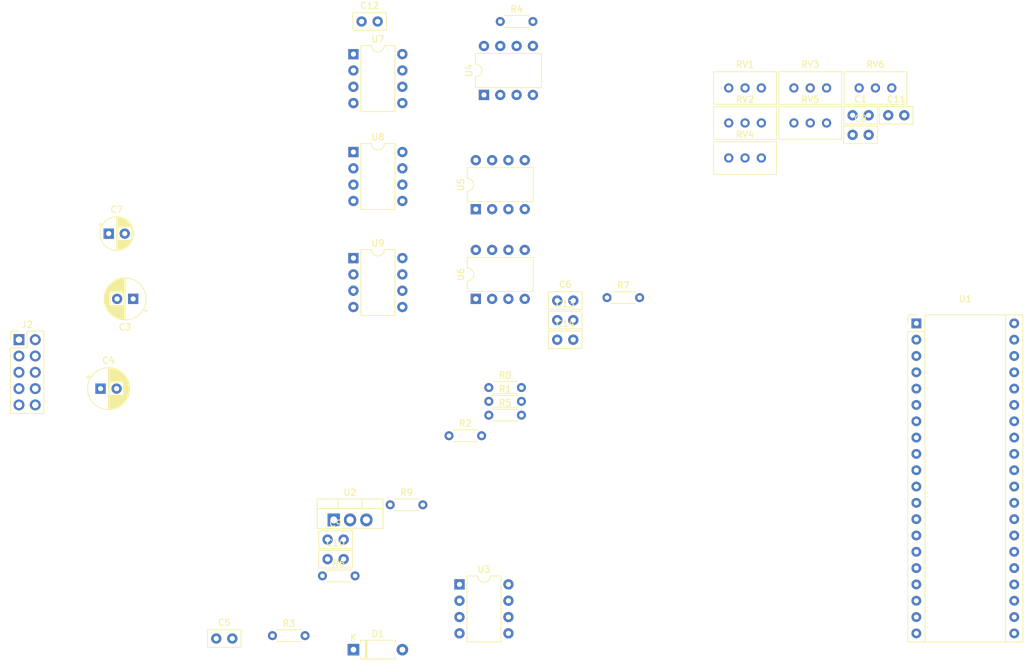
<source format=kicad_pcb>
(kicad_pcb (version 20171130) (host pcbnew 5.0.2-bee76a0~70~ubuntu18.04.1)

  (general
    (thickness 1.6)
    (drawings 0)
    (tracks 0)
    (zones 0)
    (modules 39)
    (nets 72)
  )

  (page A4)
  (layers
    (0 F.Cu signal)
    (31 B.Cu signal)
    (32 B.Adhes user)
    (33 F.Adhes user)
    (34 B.Paste user)
    (35 F.Paste user)
    (36 B.SilkS user)
    (37 F.SilkS user)
    (38 B.Mask user)
    (39 F.Mask user)
    (40 Dwgs.User user)
    (41 Cmts.User user)
    (42 Eco1.User user)
    (43 Eco2.User user)
    (44 Edge.Cuts user)
    (45 Margin user)
    (46 B.CrtYd user)
    (47 F.CrtYd user)
    (48 B.Fab user)
    (49 F.Fab user)
  )

  (setup
    (last_trace_width 0.25)
    (trace_clearance 0.2)
    (zone_clearance 0.508)
    (zone_45_only no)
    (trace_min 0.2)
    (segment_width 0.2)
    (edge_width 0.1)
    (via_size 0.8)
    (via_drill 0.4)
    (via_min_size 0.4)
    (via_min_drill 0.3)
    (uvia_size 0.3)
    (uvia_drill 0.1)
    (uvias_allowed no)
    (uvia_min_size 0.2)
    (uvia_min_drill 0.1)
    (pcb_text_width 0.3)
    (pcb_text_size 1.5 1.5)
    (mod_edge_width 0.15)
    (mod_text_size 1 1)
    (mod_text_width 0.15)
    (pad_size 1.5 1.5)
    (pad_drill 0.6)
    (pad_to_mask_clearance 0)
    (solder_mask_min_width 0.25)
    (aux_axis_origin 0 0)
    (visible_elements FFFFFF7F)
    (pcbplotparams
      (layerselection 0x010fc_ffffffff)
      (usegerberextensions false)
      (usegerberattributes false)
      (usegerberadvancedattributes false)
      (creategerberjobfile false)
      (excludeedgelayer true)
      (linewidth 0.100000)
      (plotframeref false)
      (viasonmask false)
      (mode 1)
      (useauxorigin false)
      (hpglpennumber 1)
      (hpglpenspeed 20)
      (hpglpendiameter 15.000000)
      (psnegative false)
      (psa4output false)
      (plotreference true)
      (plotvalue true)
      (plotinvisibletext false)
      (padsonsilk false)
      (subtractmaskfromsilk false)
      (outputformat 1)
      (mirror false)
      (drillshape 1)
      (scaleselection 1)
      (outputdirectory ""))
  )

  (net 0 "")
  (net 1 "Net-(C3-Pad2)")
  (net 2 +12V)
  (net 3 -12V)
  (net 4 "Net-(C5-Pad2)")
  (net 5 "Net-(C10-Pad1)")
  (net 6 "Net-(C13-Pad2)")
  (net 7 "Net-(D1-Pad1)")
  (net 8 "Net-(D1-Pad2)")
  (net 9 "Net-(F2-Pad2)")
  (net 10 GND)
  (net 11 "Net-(F1-Pad2)")
  (net 12 "Net-(J1-Pad4)")
  (net 13 "Net-(R2-Pad1)")
  (net 14 "Net-(R2-Pad2)")
  (net 15 MIDI_RX)
  (net 16 +5V)
  (net 17 "Net-(R4-Pad2)")
  (net 18 DAC1_CV)
  (net 19 DAC2_CV)
  (net 20 "Net-(R5-Pad2)")
  (net 21 "Net-(R6-Pad2)")
  (net 22 DAC3_CV)
  (net 23 DAC4_CV)
  (net 24 "Net-(R7-Pad2)")
  (net 25 "Net-(R8-Pad2)")
  (net 26 DAC5_CV)
  (net 27 DAC6_CV)
  (net 28 "Net-(R9-Pad2)")
  (net 29 "Net-(U1-Pad1)")
  (net 30 "Net-(U1-Pad2)")
  (net 31 "Net-(U1-Pad3)")
  (net 32 "Net-(U1-Pad4)")
  (net 33 "Net-(U1-Pad11)")
  (net 34 DACA_CS)
  (net 35 DACB_CS)
  (net 36 DACC_CS)
  (net 37 SPI1_SCK)
  (net 38 SPI1_MOSI)
  (net 39 "Net-(U1-Pad18)")
  (net 40 GATE1)
  (net 41 GATE2)
  (net 42 GATE3)
  (net 43 GATE4)
  (net 44 "Net-(U1-Pad29)")
  (net 45 UART_TX)
  (net 46 UART_RX)
  (net 47 "Net-(U1-Pad32)")
  (net 48 "Net-(U1-Pad40)")
  (net 49 "Net-(U3-Pad1)")
  (net 50 "Net-(U3-Pad4)")
  (net 51 "Net-(U4-Pad3)")
  (net 52 "Net-(U4-Pad5)")
  (net 53 "Net-(U5-Pad5)")
  (net 54 "Net-(U5-Pad3)")
  (net 55 "Net-(U6-Pad3)")
  (net 56 "Net-(U6-Pad5)")
  (net 57 "Net-(U1-Pad5)")
  (net 58 "Net-(U1-Pad6)")
  (net 59 "Net-(U1-Pad13)")
  (net 60 "Net-(U1-Pad14)")
  (net 61 "Net-(U1-Pad15)")
  (net 62 "Net-(U1-Pad17)")
  (net 63 "Net-(U1-Pad25)")
  (net 64 "Net-(U1-Pad28)")
  (net 65 "Net-(U1-Pad30)")
  (net 66 "Net-(U1-Pad31)")
  (net 67 I2C1_SCL)
  (net 68 I2C1_SDA)
  (net 69 "Net-(U1-Pad35)")
  (net 70 "Net-(U1-Pad36)")
  (net 71 "Net-(U1-Pad37)")

  (net_class Default "This is the default net class."
    (clearance 0.2)
    (trace_width 0.25)
    (via_dia 0.8)
    (via_drill 0.4)
    (uvia_dia 0.3)
    (uvia_drill 0.1)
    (add_net +12V)
    (add_net +5V)
    (add_net -12V)
    (add_net DAC1_CV)
    (add_net DAC2_CV)
    (add_net DAC3_CV)
    (add_net DAC4_CV)
    (add_net DAC5_CV)
    (add_net DAC6_CV)
    (add_net DACA_CS)
    (add_net DACB_CS)
    (add_net DACC_CS)
    (add_net GATE1)
    (add_net GATE2)
    (add_net GATE3)
    (add_net GATE4)
    (add_net GND)
    (add_net I2C1_SCL)
    (add_net I2C1_SDA)
    (add_net MIDI_RX)
    (add_net "Net-(C10-Pad1)")
    (add_net "Net-(C13-Pad2)")
    (add_net "Net-(C3-Pad2)")
    (add_net "Net-(C5-Pad2)")
    (add_net "Net-(D1-Pad1)")
    (add_net "Net-(D1-Pad2)")
    (add_net "Net-(F1-Pad2)")
    (add_net "Net-(F2-Pad2)")
    (add_net "Net-(J1-Pad4)")
    (add_net "Net-(R2-Pad1)")
    (add_net "Net-(R2-Pad2)")
    (add_net "Net-(R4-Pad2)")
    (add_net "Net-(R5-Pad2)")
    (add_net "Net-(R6-Pad2)")
    (add_net "Net-(R7-Pad2)")
    (add_net "Net-(R8-Pad2)")
    (add_net "Net-(R9-Pad2)")
    (add_net "Net-(U1-Pad1)")
    (add_net "Net-(U1-Pad11)")
    (add_net "Net-(U1-Pad13)")
    (add_net "Net-(U1-Pad14)")
    (add_net "Net-(U1-Pad15)")
    (add_net "Net-(U1-Pad17)")
    (add_net "Net-(U1-Pad18)")
    (add_net "Net-(U1-Pad2)")
    (add_net "Net-(U1-Pad25)")
    (add_net "Net-(U1-Pad28)")
    (add_net "Net-(U1-Pad29)")
    (add_net "Net-(U1-Pad3)")
    (add_net "Net-(U1-Pad30)")
    (add_net "Net-(U1-Pad31)")
    (add_net "Net-(U1-Pad32)")
    (add_net "Net-(U1-Pad35)")
    (add_net "Net-(U1-Pad36)")
    (add_net "Net-(U1-Pad37)")
    (add_net "Net-(U1-Pad4)")
    (add_net "Net-(U1-Pad40)")
    (add_net "Net-(U1-Pad5)")
    (add_net "Net-(U1-Pad6)")
    (add_net "Net-(U3-Pad1)")
    (add_net "Net-(U3-Pad4)")
    (add_net "Net-(U4-Pad3)")
    (add_net "Net-(U4-Pad5)")
    (add_net "Net-(U5-Pad3)")
    (add_net "Net-(U5-Pad5)")
    (add_net "Net-(U6-Pad3)")
    (add_net "Net-(U6-Pad5)")
    (add_net SPI1_MOSI)
    (add_net SPI1_SCK)
    (add_net UART_RX)
    (add_net UART_TX)
  )

  (module Capacitor_THT:CP_Radial_D6.3mm_P2.50mm (layer F.Cu) (tedit 5AE50EF0) (tstamp 5CC57D22)
    (at 43.18 62.23 180)
    (descr "CP, Radial series, Radial, pin pitch=2.50mm, , diameter=6.3mm, Electrolytic Capacitor")
    (tags "CP Radial series Radial pin pitch 2.50mm  diameter 6.3mm Electrolytic Capacitor")
    (path /5CA26A57)
    (fp_text reference C3 (at 1.25 -4.4 180) (layer F.SilkS)
      (effects (font (size 1 1) (thickness 0.15)))
    )
    (fp_text value 47u (at 1.25 4.4 180) (layer F.Fab)
      (effects (font (size 1 1) (thickness 0.15)))
    )
    (fp_text user %R (at 1.25 0 180) (layer F.Fab)
      (effects (font (size 1 1) (thickness 0.15)))
    )
    (fp_line (start -1.935241 -2.154) (end -1.935241 -1.524) (layer F.SilkS) (width 0.12))
    (fp_line (start -2.250241 -1.839) (end -1.620241 -1.839) (layer F.SilkS) (width 0.12))
    (fp_line (start 4.491 -0.402) (end 4.491 0.402) (layer F.SilkS) (width 0.12))
    (fp_line (start 4.451 -0.633) (end 4.451 0.633) (layer F.SilkS) (width 0.12))
    (fp_line (start 4.411 -0.802) (end 4.411 0.802) (layer F.SilkS) (width 0.12))
    (fp_line (start 4.371 -0.94) (end 4.371 0.94) (layer F.SilkS) (width 0.12))
    (fp_line (start 4.331 -1.059) (end 4.331 1.059) (layer F.SilkS) (width 0.12))
    (fp_line (start 4.291 -1.165) (end 4.291 1.165) (layer F.SilkS) (width 0.12))
    (fp_line (start 4.251 -1.262) (end 4.251 1.262) (layer F.SilkS) (width 0.12))
    (fp_line (start 4.211 -1.35) (end 4.211 1.35) (layer F.SilkS) (width 0.12))
    (fp_line (start 4.171 -1.432) (end 4.171 1.432) (layer F.SilkS) (width 0.12))
    (fp_line (start 4.131 -1.509) (end 4.131 1.509) (layer F.SilkS) (width 0.12))
    (fp_line (start 4.091 -1.581) (end 4.091 1.581) (layer F.SilkS) (width 0.12))
    (fp_line (start 4.051 -1.65) (end 4.051 1.65) (layer F.SilkS) (width 0.12))
    (fp_line (start 4.011 -1.714) (end 4.011 1.714) (layer F.SilkS) (width 0.12))
    (fp_line (start 3.971 -1.776) (end 3.971 1.776) (layer F.SilkS) (width 0.12))
    (fp_line (start 3.931 -1.834) (end 3.931 1.834) (layer F.SilkS) (width 0.12))
    (fp_line (start 3.891 -1.89) (end 3.891 1.89) (layer F.SilkS) (width 0.12))
    (fp_line (start 3.851 -1.944) (end 3.851 1.944) (layer F.SilkS) (width 0.12))
    (fp_line (start 3.811 -1.995) (end 3.811 1.995) (layer F.SilkS) (width 0.12))
    (fp_line (start 3.771 -2.044) (end 3.771 2.044) (layer F.SilkS) (width 0.12))
    (fp_line (start 3.731 -2.092) (end 3.731 2.092) (layer F.SilkS) (width 0.12))
    (fp_line (start 3.691 -2.137) (end 3.691 2.137) (layer F.SilkS) (width 0.12))
    (fp_line (start 3.651 -2.182) (end 3.651 2.182) (layer F.SilkS) (width 0.12))
    (fp_line (start 3.611 -2.224) (end 3.611 2.224) (layer F.SilkS) (width 0.12))
    (fp_line (start 3.571 -2.265) (end 3.571 2.265) (layer F.SilkS) (width 0.12))
    (fp_line (start 3.531 1.04) (end 3.531 2.305) (layer F.SilkS) (width 0.12))
    (fp_line (start 3.531 -2.305) (end 3.531 -1.04) (layer F.SilkS) (width 0.12))
    (fp_line (start 3.491 1.04) (end 3.491 2.343) (layer F.SilkS) (width 0.12))
    (fp_line (start 3.491 -2.343) (end 3.491 -1.04) (layer F.SilkS) (width 0.12))
    (fp_line (start 3.451 1.04) (end 3.451 2.38) (layer F.SilkS) (width 0.12))
    (fp_line (start 3.451 -2.38) (end 3.451 -1.04) (layer F.SilkS) (width 0.12))
    (fp_line (start 3.411 1.04) (end 3.411 2.416) (layer F.SilkS) (width 0.12))
    (fp_line (start 3.411 -2.416) (end 3.411 -1.04) (layer F.SilkS) (width 0.12))
    (fp_line (start 3.371 1.04) (end 3.371 2.45) (layer F.SilkS) (width 0.12))
    (fp_line (start 3.371 -2.45) (end 3.371 -1.04) (layer F.SilkS) (width 0.12))
    (fp_line (start 3.331 1.04) (end 3.331 2.484) (layer F.SilkS) (width 0.12))
    (fp_line (start 3.331 -2.484) (end 3.331 -1.04) (layer F.SilkS) (width 0.12))
    (fp_line (start 3.291 1.04) (end 3.291 2.516) (layer F.SilkS) (width 0.12))
    (fp_line (start 3.291 -2.516) (end 3.291 -1.04) (layer F.SilkS) (width 0.12))
    (fp_line (start 3.251 1.04) (end 3.251 2.548) (layer F.SilkS) (width 0.12))
    (fp_line (start 3.251 -2.548) (end 3.251 -1.04) (layer F.SilkS) (width 0.12))
    (fp_line (start 3.211 1.04) (end 3.211 2.578) (layer F.SilkS) (width 0.12))
    (fp_line (start 3.211 -2.578) (end 3.211 -1.04) (layer F.SilkS) (width 0.12))
    (fp_line (start 3.171 1.04) (end 3.171 2.607) (layer F.SilkS) (width 0.12))
    (fp_line (start 3.171 -2.607) (end 3.171 -1.04) (layer F.SilkS) (width 0.12))
    (fp_line (start 3.131 1.04) (end 3.131 2.636) (layer F.SilkS) (width 0.12))
    (fp_line (start 3.131 -2.636) (end 3.131 -1.04) (layer F.SilkS) (width 0.12))
    (fp_line (start 3.091 1.04) (end 3.091 2.664) (layer F.SilkS) (width 0.12))
    (fp_line (start 3.091 -2.664) (end 3.091 -1.04) (layer F.SilkS) (width 0.12))
    (fp_line (start 3.051 1.04) (end 3.051 2.69) (layer F.SilkS) (width 0.12))
    (fp_line (start 3.051 -2.69) (end 3.051 -1.04) (layer F.SilkS) (width 0.12))
    (fp_line (start 3.011 1.04) (end 3.011 2.716) (layer F.SilkS) (width 0.12))
    (fp_line (start 3.011 -2.716) (end 3.011 -1.04) (layer F.SilkS) (width 0.12))
    (fp_line (start 2.971 1.04) (end 2.971 2.742) (layer F.SilkS) (width 0.12))
    (fp_line (start 2.971 -2.742) (end 2.971 -1.04) (layer F.SilkS) (width 0.12))
    (fp_line (start 2.931 1.04) (end 2.931 2.766) (layer F.SilkS) (width 0.12))
    (fp_line (start 2.931 -2.766) (end 2.931 -1.04) (layer F.SilkS) (width 0.12))
    (fp_line (start 2.891 1.04) (end 2.891 2.79) (layer F.SilkS) (width 0.12))
    (fp_line (start 2.891 -2.79) (end 2.891 -1.04) (layer F.SilkS) (width 0.12))
    (fp_line (start 2.851 1.04) (end 2.851 2.812) (layer F.SilkS) (width 0.12))
    (fp_line (start 2.851 -2.812) (end 2.851 -1.04) (layer F.SilkS) (width 0.12))
    (fp_line (start 2.811 1.04) (end 2.811 2.834) (layer F.SilkS) (width 0.12))
    (fp_line (start 2.811 -2.834) (end 2.811 -1.04) (layer F.SilkS) (width 0.12))
    (fp_line (start 2.771 1.04) (end 2.771 2.856) (layer F.SilkS) (width 0.12))
    (fp_line (start 2.771 -2.856) (end 2.771 -1.04) (layer F.SilkS) (width 0.12))
    (fp_line (start 2.731 1.04) (end 2.731 2.876) (layer F.SilkS) (width 0.12))
    (fp_line (start 2.731 -2.876) (end 2.731 -1.04) (layer F.SilkS) (width 0.12))
    (fp_line (start 2.691 1.04) (end 2.691 2.896) (layer F.SilkS) (width 0.12))
    (fp_line (start 2.691 -2.896) (end 2.691 -1.04) (layer F.SilkS) (width 0.12))
    (fp_line (start 2.651 1.04) (end 2.651 2.916) (layer F.SilkS) (width 0.12))
    (fp_line (start 2.651 -2.916) (end 2.651 -1.04) (layer F.SilkS) (width 0.12))
    (fp_line (start 2.611 1.04) (end 2.611 2.934) (layer F.SilkS) (width 0.12))
    (fp_line (start 2.611 -2.934) (end 2.611 -1.04) (layer F.SilkS) (width 0.12))
    (fp_line (start 2.571 1.04) (end 2.571 2.952) (layer F.SilkS) (width 0.12))
    (fp_line (start 2.571 -2.952) (end 2.571 -1.04) (layer F.SilkS) (width 0.12))
    (fp_line (start 2.531 1.04) (end 2.531 2.97) (layer F.SilkS) (width 0.12))
    (fp_line (start 2.531 -2.97) (end 2.531 -1.04) (layer F.SilkS) (width 0.12))
    (fp_line (start 2.491 1.04) (end 2.491 2.986) (layer F.SilkS) (width 0.12))
    (fp_line (start 2.491 -2.986) (end 2.491 -1.04) (layer F.SilkS) (width 0.12))
    (fp_line (start 2.451 1.04) (end 2.451 3.002) (layer F.SilkS) (width 0.12))
    (fp_line (start 2.451 -3.002) (end 2.451 -1.04) (layer F.SilkS) (width 0.12))
    (fp_line (start 2.411 1.04) (end 2.411 3.018) (layer F.SilkS) (width 0.12))
    (fp_line (start 2.411 -3.018) (end 2.411 -1.04) (layer F.SilkS) (width 0.12))
    (fp_line (start 2.371 1.04) (end 2.371 3.033) (layer F.SilkS) (width 0.12))
    (fp_line (start 2.371 -3.033) (end 2.371 -1.04) (layer F.SilkS) (width 0.12))
    (fp_line (start 2.331 1.04) (end 2.331 3.047) (layer F.SilkS) (width 0.12))
    (fp_line (start 2.331 -3.047) (end 2.331 -1.04) (layer F.SilkS) (width 0.12))
    (fp_line (start 2.291 1.04) (end 2.291 3.061) (layer F.SilkS) (width 0.12))
    (fp_line (start 2.291 -3.061) (end 2.291 -1.04) (layer F.SilkS) (width 0.12))
    (fp_line (start 2.251 1.04) (end 2.251 3.074) (layer F.SilkS) (width 0.12))
    (fp_line (start 2.251 -3.074) (end 2.251 -1.04) (layer F.SilkS) (width 0.12))
    (fp_line (start 2.211 1.04) (end 2.211 3.086) (layer F.SilkS) (width 0.12))
    (fp_line (start 2.211 -3.086) (end 2.211 -1.04) (layer F.SilkS) (width 0.12))
    (fp_line (start 2.171 1.04) (end 2.171 3.098) (layer F.SilkS) (width 0.12))
    (fp_line (start 2.171 -3.098) (end 2.171 -1.04) (layer F.SilkS) (width 0.12))
    (fp_line (start 2.131 1.04) (end 2.131 3.11) (layer F.SilkS) (width 0.12))
    (fp_line (start 2.131 -3.11) (end 2.131 -1.04) (layer F.SilkS) (width 0.12))
    (fp_line (start 2.091 1.04) (end 2.091 3.121) (layer F.SilkS) (width 0.12))
    (fp_line (start 2.091 -3.121) (end 2.091 -1.04) (layer F.SilkS) (width 0.12))
    (fp_line (start 2.051 1.04) (end 2.051 3.131) (layer F.SilkS) (width 0.12))
    (fp_line (start 2.051 -3.131) (end 2.051 -1.04) (layer F.SilkS) (width 0.12))
    (fp_line (start 2.011 1.04) (end 2.011 3.141) (layer F.SilkS) (width 0.12))
    (fp_line (start 2.011 -3.141) (end 2.011 -1.04) (layer F.SilkS) (width 0.12))
    (fp_line (start 1.971 1.04) (end 1.971 3.15) (layer F.SilkS) (width 0.12))
    (fp_line (start 1.971 -3.15) (end 1.971 -1.04) (layer F.SilkS) (width 0.12))
    (fp_line (start 1.93 1.04) (end 1.93 3.159) (layer F.SilkS) (width 0.12))
    (fp_line (start 1.93 -3.159) (end 1.93 -1.04) (layer F.SilkS) (width 0.12))
    (fp_line (start 1.89 1.04) (end 1.89 3.167) (layer F.SilkS) (width 0.12))
    (fp_line (start 1.89 -3.167) (end 1.89 -1.04) (layer F.SilkS) (width 0.12))
    (fp_line (start 1.85 1.04) (end 1.85 3.175) (layer F.SilkS) (width 0.12))
    (fp_line (start 1.85 -3.175) (end 1.85 -1.04) (layer F.SilkS) (width 0.12))
    (fp_line (start 1.81 1.04) (end 1.81 3.182) (layer F.SilkS) (width 0.12))
    (fp_line (start 1.81 -3.182) (end 1.81 -1.04) (layer F.SilkS) (width 0.12))
    (fp_line (start 1.77 1.04) (end 1.77 3.189) (layer F.SilkS) (width 0.12))
    (fp_line (start 1.77 -3.189) (end 1.77 -1.04) (layer F.SilkS) (width 0.12))
    (fp_line (start 1.73 1.04) (end 1.73 3.195) (layer F.SilkS) (width 0.12))
    (fp_line (start 1.73 -3.195) (end 1.73 -1.04) (layer F.SilkS) (width 0.12))
    (fp_line (start 1.69 1.04) (end 1.69 3.201) (layer F.SilkS) (width 0.12))
    (fp_line (start 1.69 -3.201) (end 1.69 -1.04) (layer F.SilkS) (width 0.12))
    (fp_line (start 1.65 1.04) (end 1.65 3.206) (layer F.SilkS) (width 0.12))
    (fp_line (start 1.65 -3.206) (end 1.65 -1.04) (layer F.SilkS) (width 0.12))
    (fp_line (start 1.61 1.04) (end 1.61 3.211) (layer F.SilkS) (width 0.12))
    (fp_line (start 1.61 -3.211) (end 1.61 -1.04) (layer F.SilkS) (width 0.12))
    (fp_line (start 1.57 1.04) (end 1.57 3.215) (layer F.SilkS) (width 0.12))
    (fp_line (start 1.57 -3.215) (end 1.57 -1.04) (layer F.SilkS) (width 0.12))
    (fp_line (start 1.53 1.04) (end 1.53 3.218) (layer F.SilkS) (width 0.12))
    (fp_line (start 1.53 -3.218) (end 1.53 -1.04) (layer F.SilkS) (width 0.12))
    (fp_line (start 1.49 1.04) (end 1.49 3.222) (layer F.SilkS) (width 0.12))
    (fp_line (start 1.49 -3.222) (end 1.49 -1.04) (layer F.SilkS) (width 0.12))
    (fp_line (start 1.45 -3.224) (end 1.45 3.224) (layer F.SilkS) (width 0.12))
    (fp_line (start 1.41 -3.227) (end 1.41 3.227) (layer F.SilkS) (width 0.12))
    (fp_line (start 1.37 -3.228) (end 1.37 3.228) (layer F.SilkS) (width 0.12))
    (fp_line (start 1.33 -3.23) (end 1.33 3.23) (layer F.SilkS) (width 0.12))
    (fp_line (start 1.29 -3.23) (end 1.29 3.23) (layer F.SilkS) (width 0.12))
    (fp_line (start 1.25 -3.23) (end 1.25 3.23) (layer F.SilkS) (width 0.12))
    (fp_line (start -1.128972 -1.6885) (end -1.128972 -1.0585) (layer F.Fab) (width 0.1))
    (fp_line (start -1.443972 -1.3735) (end -0.813972 -1.3735) (layer F.Fab) (width 0.1))
    (fp_circle (center 1.25 0) (end 4.65 0) (layer F.CrtYd) (width 0.05))
    (fp_circle (center 1.25 0) (end 4.52 0) (layer F.SilkS) (width 0.12))
    (fp_circle (center 1.25 0) (end 4.4 0) (layer F.Fab) (width 0.1))
    (pad 2 thru_hole circle (at 2.5 0 180) (size 1.6 1.6) (drill 0.8) (layers *.Cu *.Mask)
      (net 1 "Net-(C3-Pad2)"))
    (pad 1 thru_hole rect (at 0 0 180) (size 1.6 1.6) (drill 0.8) (layers *.Cu *.Mask)
      (net 2 +12V))
    (model ${KISYS3DMOD}/Capacitor_THT.3dshapes/CP_Radial_D6.3mm_P2.50mm.wrl
      (at (xyz 0 0 0))
      (scale (xyz 1 1 1))
      (rotate (xyz 0 0 0))
    )
  )

  (module Capacitor_THT:CP_Radial_D6.3mm_P2.50mm (layer F.Cu) (tedit 5AE50EF0) (tstamp 5CC57DB6)
    (at 38.1 76.2)
    (descr "CP, Radial series, Radial, pin pitch=2.50mm, , diameter=6.3mm, Electrolytic Capacitor")
    (tags "CP Radial series Radial pin pitch 2.50mm  diameter 6.3mm Electrolytic Capacitor")
    (path /5CA26ADB)
    (fp_text reference C4 (at 1.25 -4.4) (layer F.SilkS)
      (effects (font (size 1 1) (thickness 0.15)))
    )
    (fp_text value 47u (at 1.25 4.4) (layer F.Fab)
      (effects (font (size 1 1) (thickness 0.15)))
    )
    (fp_circle (center 1.25 0) (end 4.4 0) (layer F.Fab) (width 0.1))
    (fp_circle (center 1.25 0) (end 4.52 0) (layer F.SilkS) (width 0.12))
    (fp_circle (center 1.25 0) (end 4.65 0) (layer F.CrtYd) (width 0.05))
    (fp_line (start -1.443972 -1.3735) (end -0.813972 -1.3735) (layer F.Fab) (width 0.1))
    (fp_line (start -1.128972 -1.6885) (end -1.128972 -1.0585) (layer F.Fab) (width 0.1))
    (fp_line (start 1.25 -3.23) (end 1.25 3.23) (layer F.SilkS) (width 0.12))
    (fp_line (start 1.29 -3.23) (end 1.29 3.23) (layer F.SilkS) (width 0.12))
    (fp_line (start 1.33 -3.23) (end 1.33 3.23) (layer F.SilkS) (width 0.12))
    (fp_line (start 1.37 -3.228) (end 1.37 3.228) (layer F.SilkS) (width 0.12))
    (fp_line (start 1.41 -3.227) (end 1.41 3.227) (layer F.SilkS) (width 0.12))
    (fp_line (start 1.45 -3.224) (end 1.45 3.224) (layer F.SilkS) (width 0.12))
    (fp_line (start 1.49 -3.222) (end 1.49 -1.04) (layer F.SilkS) (width 0.12))
    (fp_line (start 1.49 1.04) (end 1.49 3.222) (layer F.SilkS) (width 0.12))
    (fp_line (start 1.53 -3.218) (end 1.53 -1.04) (layer F.SilkS) (width 0.12))
    (fp_line (start 1.53 1.04) (end 1.53 3.218) (layer F.SilkS) (width 0.12))
    (fp_line (start 1.57 -3.215) (end 1.57 -1.04) (layer F.SilkS) (width 0.12))
    (fp_line (start 1.57 1.04) (end 1.57 3.215) (layer F.SilkS) (width 0.12))
    (fp_line (start 1.61 -3.211) (end 1.61 -1.04) (layer F.SilkS) (width 0.12))
    (fp_line (start 1.61 1.04) (end 1.61 3.211) (layer F.SilkS) (width 0.12))
    (fp_line (start 1.65 -3.206) (end 1.65 -1.04) (layer F.SilkS) (width 0.12))
    (fp_line (start 1.65 1.04) (end 1.65 3.206) (layer F.SilkS) (width 0.12))
    (fp_line (start 1.69 -3.201) (end 1.69 -1.04) (layer F.SilkS) (width 0.12))
    (fp_line (start 1.69 1.04) (end 1.69 3.201) (layer F.SilkS) (width 0.12))
    (fp_line (start 1.73 -3.195) (end 1.73 -1.04) (layer F.SilkS) (width 0.12))
    (fp_line (start 1.73 1.04) (end 1.73 3.195) (layer F.SilkS) (width 0.12))
    (fp_line (start 1.77 -3.189) (end 1.77 -1.04) (layer F.SilkS) (width 0.12))
    (fp_line (start 1.77 1.04) (end 1.77 3.189) (layer F.SilkS) (width 0.12))
    (fp_line (start 1.81 -3.182) (end 1.81 -1.04) (layer F.SilkS) (width 0.12))
    (fp_line (start 1.81 1.04) (end 1.81 3.182) (layer F.SilkS) (width 0.12))
    (fp_line (start 1.85 -3.175) (end 1.85 -1.04) (layer F.SilkS) (width 0.12))
    (fp_line (start 1.85 1.04) (end 1.85 3.175) (layer F.SilkS) (width 0.12))
    (fp_line (start 1.89 -3.167) (end 1.89 -1.04) (layer F.SilkS) (width 0.12))
    (fp_line (start 1.89 1.04) (end 1.89 3.167) (layer F.SilkS) (width 0.12))
    (fp_line (start 1.93 -3.159) (end 1.93 -1.04) (layer F.SilkS) (width 0.12))
    (fp_line (start 1.93 1.04) (end 1.93 3.159) (layer F.SilkS) (width 0.12))
    (fp_line (start 1.971 -3.15) (end 1.971 -1.04) (layer F.SilkS) (width 0.12))
    (fp_line (start 1.971 1.04) (end 1.971 3.15) (layer F.SilkS) (width 0.12))
    (fp_line (start 2.011 -3.141) (end 2.011 -1.04) (layer F.SilkS) (width 0.12))
    (fp_line (start 2.011 1.04) (end 2.011 3.141) (layer F.SilkS) (width 0.12))
    (fp_line (start 2.051 -3.131) (end 2.051 -1.04) (layer F.SilkS) (width 0.12))
    (fp_line (start 2.051 1.04) (end 2.051 3.131) (layer F.SilkS) (width 0.12))
    (fp_line (start 2.091 -3.121) (end 2.091 -1.04) (layer F.SilkS) (width 0.12))
    (fp_line (start 2.091 1.04) (end 2.091 3.121) (layer F.SilkS) (width 0.12))
    (fp_line (start 2.131 -3.11) (end 2.131 -1.04) (layer F.SilkS) (width 0.12))
    (fp_line (start 2.131 1.04) (end 2.131 3.11) (layer F.SilkS) (width 0.12))
    (fp_line (start 2.171 -3.098) (end 2.171 -1.04) (layer F.SilkS) (width 0.12))
    (fp_line (start 2.171 1.04) (end 2.171 3.098) (layer F.SilkS) (width 0.12))
    (fp_line (start 2.211 -3.086) (end 2.211 -1.04) (layer F.SilkS) (width 0.12))
    (fp_line (start 2.211 1.04) (end 2.211 3.086) (layer F.SilkS) (width 0.12))
    (fp_line (start 2.251 -3.074) (end 2.251 -1.04) (layer F.SilkS) (width 0.12))
    (fp_line (start 2.251 1.04) (end 2.251 3.074) (layer F.SilkS) (width 0.12))
    (fp_line (start 2.291 -3.061) (end 2.291 -1.04) (layer F.SilkS) (width 0.12))
    (fp_line (start 2.291 1.04) (end 2.291 3.061) (layer F.SilkS) (width 0.12))
    (fp_line (start 2.331 -3.047) (end 2.331 -1.04) (layer F.SilkS) (width 0.12))
    (fp_line (start 2.331 1.04) (end 2.331 3.047) (layer F.SilkS) (width 0.12))
    (fp_line (start 2.371 -3.033) (end 2.371 -1.04) (layer F.SilkS) (width 0.12))
    (fp_line (start 2.371 1.04) (end 2.371 3.033) (layer F.SilkS) (width 0.12))
    (fp_line (start 2.411 -3.018) (end 2.411 -1.04) (layer F.SilkS) (width 0.12))
    (fp_line (start 2.411 1.04) (end 2.411 3.018) (layer F.SilkS) (width 0.12))
    (fp_line (start 2.451 -3.002) (end 2.451 -1.04) (layer F.SilkS) (width 0.12))
    (fp_line (start 2.451 1.04) (end 2.451 3.002) (layer F.SilkS) (width 0.12))
    (fp_line (start 2.491 -2.986) (end 2.491 -1.04) (layer F.SilkS) (width 0.12))
    (fp_line (start 2.491 1.04) (end 2.491 2.986) (layer F.SilkS) (width 0.12))
    (fp_line (start 2.531 -2.97) (end 2.531 -1.04) (layer F.SilkS) (width 0.12))
    (fp_line (start 2.531 1.04) (end 2.531 2.97) (layer F.SilkS) (width 0.12))
    (fp_line (start 2.571 -2.952) (end 2.571 -1.04) (layer F.SilkS) (width 0.12))
    (fp_line (start 2.571 1.04) (end 2.571 2.952) (layer F.SilkS) (width 0.12))
    (fp_line (start 2.611 -2.934) (end 2.611 -1.04) (layer F.SilkS) (width 0.12))
    (fp_line (start 2.611 1.04) (end 2.611 2.934) (layer F.SilkS) (width 0.12))
    (fp_line (start 2.651 -2.916) (end 2.651 -1.04) (layer F.SilkS) (width 0.12))
    (fp_line (start 2.651 1.04) (end 2.651 2.916) (layer F.SilkS) (width 0.12))
    (fp_line (start 2.691 -2.896) (end 2.691 -1.04) (layer F.SilkS) (width 0.12))
    (fp_line (start 2.691 1.04) (end 2.691 2.896) (layer F.SilkS) (width 0.12))
    (fp_line (start 2.731 -2.876) (end 2.731 -1.04) (layer F.SilkS) (width 0.12))
    (fp_line (start 2.731 1.04) (end 2.731 2.876) (layer F.SilkS) (width 0.12))
    (fp_line (start 2.771 -2.856) (end 2.771 -1.04) (layer F.SilkS) (width 0.12))
    (fp_line (start 2.771 1.04) (end 2.771 2.856) (layer F.SilkS) (width 0.12))
    (fp_line (start 2.811 -2.834) (end 2.811 -1.04) (layer F.SilkS) (width 0.12))
    (fp_line (start 2.811 1.04) (end 2.811 2.834) (layer F.SilkS) (width 0.12))
    (fp_line (start 2.851 -2.812) (end 2.851 -1.04) (layer F.SilkS) (width 0.12))
    (fp_line (start 2.851 1.04) (end 2.851 2.812) (layer F.SilkS) (width 0.12))
    (fp_line (start 2.891 -2.79) (end 2.891 -1.04) (layer F.SilkS) (width 0.12))
    (fp_line (start 2.891 1.04) (end 2.891 2.79) (layer F.SilkS) (width 0.12))
    (fp_line (start 2.931 -2.766) (end 2.931 -1.04) (layer F.SilkS) (width 0.12))
    (fp_line (start 2.931 1.04) (end 2.931 2.766) (layer F.SilkS) (width 0.12))
    (fp_line (start 2.971 -2.742) (end 2.971 -1.04) (layer F.SilkS) (width 0.12))
    (fp_line (start 2.971 1.04) (end 2.971 2.742) (layer F.SilkS) (width 0.12))
    (fp_line (start 3.011 -2.716) (end 3.011 -1.04) (layer F.SilkS) (width 0.12))
    (fp_line (start 3.011 1.04) (end 3.011 2.716) (layer F.SilkS) (width 0.12))
    (fp_line (start 3.051 -2.69) (end 3.051 -1.04) (layer F.SilkS) (width 0.12))
    (fp_line (start 3.051 1.04) (end 3.051 2.69) (layer F.SilkS) (width 0.12))
    (fp_line (start 3.091 -2.664) (end 3.091 -1.04) (layer F.SilkS) (width 0.12))
    (fp_line (start 3.091 1.04) (end 3.091 2.664) (layer F.SilkS) (width 0.12))
    (fp_line (start 3.131 -2.636) (end 3.131 -1.04) (layer F.SilkS) (width 0.12))
    (fp_line (start 3.131 1.04) (end 3.131 2.636) (layer F.SilkS) (width 0.12))
    (fp_line (start 3.171 -2.607) (end 3.171 -1.04) (layer F.SilkS) (width 0.12))
    (fp_line (start 3.171 1.04) (end 3.171 2.607) (layer F.SilkS) (width 0.12))
    (fp_line (start 3.211 -2.578) (end 3.211 -1.04) (layer F.SilkS) (width 0.12))
    (fp_line (start 3.211 1.04) (end 3.211 2.578) (layer F.SilkS) (width 0.12))
    (fp_line (start 3.251 -2.548) (end 3.251 -1.04) (layer F.SilkS) (width 0.12))
    (fp_line (start 3.251 1.04) (end 3.251 2.548) (layer F.SilkS) (width 0.12))
    (fp_line (start 3.291 -2.516) (end 3.291 -1.04) (layer F.SilkS) (width 0.12))
    (fp_line (start 3.291 1.04) (end 3.291 2.516) (layer F.SilkS) (width 0.12))
    (fp_line (start 3.331 -2.484) (end 3.331 -1.04) (layer F.SilkS) (width 0.12))
    (fp_line (start 3.331 1.04) (end 3.331 2.484) (layer F.SilkS) (width 0.12))
    (fp_line (start 3.371 -2.45) (end 3.371 -1.04) (layer F.SilkS) (width 0.12))
    (fp_line (start 3.371 1.04) (end 3.371 2.45) (layer F.SilkS) (width 0.12))
    (fp_line (start 3.411 -2.416) (end 3.411 -1.04) (layer F.SilkS) (width 0.12))
    (fp_line (start 3.411 1.04) (end 3.411 2.416) (layer F.SilkS) (width 0.12))
    (fp_line (start 3.451 -2.38) (end 3.451 -1.04) (layer F.SilkS) (width 0.12))
    (fp_line (start 3.451 1.04) (end 3.451 2.38) (layer F.SilkS) (width 0.12))
    (fp_line (start 3.491 -2.343) (end 3.491 -1.04) (layer F.SilkS) (width 0.12))
    (fp_line (start 3.491 1.04) (end 3.491 2.343) (layer F.SilkS) (width 0.12))
    (fp_line (start 3.531 -2.305) (end 3.531 -1.04) (layer F.SilkS) (width 0.12))
    (fp_line (start 3.531 1.04) (end 3.531 2.305) (layer F.SilkS) (width 0.12))
    (fp_line (start 3.571 -2.265) (end 3.571 2.265) (layer F.SilkS) (width 0.12))
    (fp_line (start 3.611 -2.224) (end 3.611 2.224) (layer F.SilkS) (width 0.12))
    (fp_line (start 3.651 -2.182) (end 3.651 2.182) (layer F.SilkS) (width 0.12))
    (fp_line (start 3.691 -2.137) (end 3.691 2.137) (layer F.SilkS) (width 0.12))
    (fp_line (start 3.731 -2.092) (end 3.731 2.092) (layer F.SilkS) (width 0.12))
    (fp_line (start 3.771 -2.044) (end 3.771 2.044) (layer F.SilkS) (width 0.12))
    (fp_line (start 3.811 -1.995) (end 3.811 1.995) (layer F.SilkS) (width 0.12))
    (fp_line (start 3.851 -1.944) (end 3.851 1.944) (layer F.SilkS) (width 0.12))
    (fp_line (start 3.891 -1.89) (end 3.891 1.89) (layer F.SilkS) (width 0.12))
    (fp_line (start 3.931 -1.834) (end 3.931 1.834) (layer F.SilkS) (width 0.12))
    (fp_line (start 3.971 -1.776) (end 3.971 1.776) (layer F.SilkS) (width 0.12))
    (fp_line (start 4.011 -1.714) (end 4.011 1.714) (layer F.SilkS) (width 0.12))
    (fp_line (start 4.051 -1.65) (end 4.051 1.65) (layer F.SilkS) (width 0.12))
    (fp_line (start 4.091 -1.581) (end 4.091 1.581) (layer F.SilkS) (width 0.12))
    (fp_line (start 4.131 -1.509) (end 4.131 1.509) (layer F.SilkS) (width 0.12))
    (fp_line (start 4.171 -1.432) (end 4.171 1.432) (layer F.SilkS) (width 0.12))
    (fp_line (start 4.211 -1.35) (end 4.211 1.35) (layer F.SilkS) (width 0.12))
    (fp_line (start 4.251 -1.262) (end 4.251 1.262) (layer F.SilkS) (width 0.12))
    (fp_line (start 4.291 -1.165) (end 4.291 1.165) (layer F.SilkS) (width 0.12))
    (fp_line (start 4.331 -1.059) (end 4.331 1.059) (layer F.SilkS) (width 0.12))
    (fp_line (start 4.371 -0.94) (end 4.371 0.94) (layer F.SilkS) (width 0.12))
    (fp_line (start 4.411 -0.802) (end 4.411 0.802) (layer F.SilkS) (width 0.12))
    (fp_line (start 4.451 -0.633) (end 4.451 0.633) (layer F.SilkS) (width 0.12))
    (fp_line (start 4.491 -0.402) (end 4.491 0.402) (layer F.SilkS) (width 0.12))
    (fp_line (start -2.250241 -1.839) (end -1.620241 -1.839) (layer F.SilkS) (width 0.12))
    (fp_line (start -1.935241 -2.154) (end -1.935241 -1.524) (layer F.SilkS) (width 0.12))
    (fp_text user %R (at 1.25 0) (layer F.Fab)
      (effects (font (size 1 1) (thickness 0.15)))
    )
    (pad 1 thru_hole rect (at 0 0) (size 1.6 1.6) (drill 0.8) (layers *.Cu *.Mask)
      (net 1 "Net-(C3-Pad2)"))
    (pad 2 thru_hole circle (at 2.5 0) (size 1.6 1.6) (drill 0.8) (layers *.Cu *.Mask)
      (net 3 -12V))
    (model ${KISYS3DMOD}/Capacitor_THT.3dshapes/CP_Radial_D6.3mm_P2.50mm.wrl
      (at (xyz 0 0 0))
      (scale (xyz 1 1 1))
      (rotate (xyz 0 0 0))
    )
  )

  (module Diode_THT:D_A-405_P7.62mm_Horizontal (layer F.Cu) (tedit 5AE50CD5) (tstamp 5CC57E47)
    (at 77.47 116.84)
    (descr "Diode, A-405 series, Axial, Horizontal, pin pitch=7.62mm, , length*diameter=5.2*2.7mm^2, , http://www.diodes.com/_files/packages/A-405.pdf")
    (tags "Diode A-405 series Axial Horizontal pin pitch 7.62mm  length 5.2mm diameter 2.7mm")
    (path /5CA10725)
    (fp_text reference D1 (at 3.81 -2.47) (layer F.SilkS)
      (effects (font (size 1 1) (thickness 0.15)))
    )
    (fp_text value 1N4148 (at 3.81 2.47) (layer F.Fab)
      (effects (font (size 1 1) (thickness 0.15)))
    )
    (fp_line (start 1.21 -1.35) (end 1.21 1.35) (layer F.Fab) (width 0.1))
    (fp_line (start 1.21 1.35) (end 6.41 1.35) (layer F.Fab) (width 0.1))
    (fp_line (start 6.41 1.35) (end 6.41 -1.35) (layer F.Fab) (width 0.1))
    (fp_line (start 6.41 -1.35) (end 1.21 -1.35) (layer F.Fab) (width 0.1))
    (fp_line (start 0 0) (end 1.21 0) (layer F.Fab) (width 0.1))
    (fp_line (start 7.62 0) (end 6.41 0) (layer F.Fab) (width 0.1))
    (fp_line (start 1.99 -1.35) (end 1.99 1.35) (layer F.Fab) (width 0.1))
    (fp_line (start 2.09 -1.35) (end 2.09 1.35) (layer F.Fab) (width 0.1))
    (fp_line (start 1.89 -1.35) (end 1.89 1.35) (layer F.Fab) (width 0.1))
    (fp_line (start 1.09 -1.14) (end 1.09 -1.47) (layer F.SilkS) (width 0.12))
    (fp_line (start 1.09 -1.47) (end 6.53 -1.47) (layer F.SilkS) (width 0.12))
    (fp_line (start 6.53 -1.47) (end 6.53 -1.14) (layer F.SilkS) (width 0.12))
    (fp_line (start 1.09 1.14) (end 1.09 1.47) (layer F.SilkS) (width 0.12))
    (fp_line (start 1.09 1.47) (end 6.53 1.47) (layer F.SilkS) (width 0.12))
    (fp_line (start 6.53 1.47) (end 6.53 1.14) (layer F.SilkS) (width 0.12))
    (fp_line (start 1.99 -1.47) (end 1.99 1.47) (layer F.SilkS) (width 0.12))
    (fp_line (start 2.11 -1.47) (end 2.11 1.47) (layer F.SilkS) (width 0.12))
    (fp_line (start 1.87 -1.47) (end 1.87 1.47) (layer F.SilkS) (width 0.12))
    (fp_line (start -1.15 -1.6) (end -1.15 1.6) (layer F.CrtYd) (width 0.05))
    (fp_line (start -1.15 1.6) (end 8.77 1.6) (layer F.CrtYd) (width 0.05))
    (fp_line (start 8.77 1.6) (end 8.77 -1.6) (layer F.CrtYd) (width 0.05))
    (fp_line (start 8.77 -1.6) (end -1.15 -1.6) (layer F.CrtYd) (width 0.05))
    (fp_text user %R (at 4.2 0) (layer F.Fab)
      (effects (font (size 1 1) (thickness 0.15)))
    )
    (fp_text user K (at 0 -1.9) (layer F.Fab)
      (effects (font (size 1 1) (thickness 0.15)))
    )
    (fp_text user K (at 0 -1.9) (layer F.SilkS)
      (effects (font (size 1 1) (thickness 0.15)))
    )
    (pad 1 thru_hole rect (at 0 0) (size 1.8 1.8) (drill 0.9) (layers *.Cu *.Mask)
      (net 7 "Net-(D1-Pad1)"))
    (pad 2 thru_hole oval (at 7.62 0) (size 1.8 1.8) (drill 0.9) (layers *.Cu *.Mask)
      (net 8 "Net-(D1-Pad2)"))
    (model ${KISYS3DMOD}/Diode_THT.3dshapes/D_A-405_P7.62mm_Horizontal.wrl
      (at (xyz 0 0 0))
      (scale (xyz 1 1 1))
      (rotate (xyz 0 0 0))
    )
  )

  (module Connector_PinHeader_2.54mm:PinHeader_2x05_P2.54mm_Vertical (layer F.Cu) (tedit 59FED5CC) (tstamp 5CC57E67)
    (at 25.4 68.58)
    (descr "Through hole straight pin header, 2x05, 2.54mm pitch, double rows")
    (tags "Through hole pin header THT 2x05 2.54mm double row")
    (path /5CA1D20E)
    (fp_text reference J2 (at 1.27 -2.33) (layer F.SilkS)
      (effects (font (size 1 1) (thickness 0.15)))
    )
    (fp_text value "Power BUS" (at 1.27 12.49) (layer F.Fab)
      (effects (font (size 1 1) (thickness 0.15)))
    )
    (fp_line (start 0 -1.27) (end 3.81 -1.27) (layer F.Fab) (width 0.1))
    (fp_line (start 3.81 -1.27) (end 3.81 11.43) (layer F.Fab) (width 0.1))
    (fp_line (start 3.81 11.43) (end -1.27 11.43) (layer F.Fab) (width 0.1))
    (fp_line (start -1.27 11.43) (end -1.27 0) (layer F.Fab) (width 0.1))
    (fp_line (start -1.27 0) (end 0 -1.27) (layer F.Fab) (width 0.1))
    (fp_line (start -1.33 11.49) (end 3.87 11.49) (layer F.SilkS) (width 0.12))
    (fp_line (start -1.33 1.27) (end -1.33 11.49) (layer F.SilkS) (width 0.12))
    (fp_line (start 3.87 -1.33) (end 3.87 11.49) (layer F.SilkS) (width 0.12))
    (fp_line (start -1.33 1.27) (end 1.27 1.27) (layer F.SilkS) (width 0.12))
    (fp_line (start 1.27 1.27) (end 1.27 -1.33) (layer F.SilkS) (width 0.12))
    (fp_line (start 1.27 -1.33) (end 3.87 -1.33) (layer F.SilkS) (width 0.12))
    (fp_line (start -1.33 0) (end -1.33 -1.33) (layer F.SilkS) (width 0.12))
    (fp_line (start -1.33 -1.33) (end 0 -1.33) (layer F.SilkS) (width 0.12))
    (fp_line (start -1.8 -1.8) (end -1.8 11.95) (layer F.CrtYd) (width 0.05))
    (fp_line (start -1.8 11.95) (end 4.35 11.95) (layer F.CrtYd) (width 0.05))
    (fp_line (start 4.35 11.95) (end 4.35 -1.8) (layer F.CrtYd) (width 0.05))
    (fp_line (start 4.35 -1.8) (end -1.8 -1.8) (layer F.CrtYd) (width 0.05))
    (fp_text user %R (at 1.27 5.08 90) (layer F.Fab)
      (effects (font (size 1 1) (thickness 0.15)))
    )
    (pad 1 thru_hole rect (at 0 0) (size 1.7 1.7) (drill 1) (layers *.Cu *.Mask)
      (net 9 "Net-(F2-Pad2)"))
    (pad 2 thru_hole oval (at 2.54 0) (size 1.7 1.7) (drill 1) (layers *.Cu *.Mask)
      (net 9 "Net-(F2-Pad2)"))
    (pad 3 thru_hole oval (at 0 2.54) (size 1.7 1.7) (drill 1) (layers *.Cu *.Mask)
      (net 1 "Net-(C3-Pad2)"))
    (pad 4 thru_hole oval (at 2.54 2.54) (size 1.7 1.7) (drill 1) (layers *.Cu *.Mask)
      (net 10 GND))
    (pad 5 thru_hole oval (at 0 5.08) (size 1.7 1.7) (drill 1) (layers *.Cu *.Mask)
      (net 1 "Net-(C3-Pad2)"))
    (pad 6 thru_hole oval (at 2.54 5.08) (size 1.7 1.7) (drill 1) (layers *.Cu *.Mask)
      (net 10 GND))
    (pad 7 thru_hole oval (at 0 7.62) (size 1.7 1.7) (drill 1) (layers *.Cu *.Mask)
      (net 1 "Net-(C3-Pad2)"))
    (pad 8 thru_hole oval (at 2.54 7.62) (size 1.7 1.7) (drill 1) (layers *.Cu *.Mask)
      (net 10 GND))
    (pad 9 thru_hole oval (at 0 10.16) (size 1.7 1.7) (drill 1) (layers *.Cu *.Mask)
      (net 11 "Net-(F1-Pad2)"))
    (pad 10 thru_hole oval (at 2.54 10.16) (size 1.7 1.7) (drill 1) (layers *.Cu *.Mask)
      (net 11 "Net-(F1-Pad2)"))
    (model ${KISYS3DMOD}/Connector_PinHeader_2.54mm.3dshapes/PinHeader_2x05_P2.54mm_Vertical.wrl
      (at (xyz 0 0 0))
      (scale (xyz 1 1 1))
      (rotate (xyz 0 0 0))
    )
  )

  (module Resistor_THT:R_Axial_DIN0204_L3.6mm_D1.6mm_P5.08mm_Horizontal (layer F.Cu) (tedit 5AE5139B) (tstamp 5CC57E7A)
    (at 98.545001 78.185001)
    (descr "Resistor, Axial_DIN0204 series, Axial, Horizontal, pin pitch=5.08mm, 0.167W, length*diameter=3.6*1.6mm^2, http://cdn-reichelt.de/documents/datenblatt/B400/1_4W%23YAG.pdf")
    (tags "Resistor Axial_DIN0204 series Axial Horizontal pin pitch 5.08mm 0.167W length 3.6mm diameter 1.6mm")
    (path /5CA1121F)
    (fp_text reference R1 (at 2.54 -1.92) (layer F.SilkS)
      (effects (font (size 1 1) (thickness 0.15)))
    )
    (fp_text value 220R (at 2.54 1.92) (layer F.Fab)
      (effects (font (size 1 1) (thickness 0.15)))
    )
    (fp_line (start 0.74 -0.8) (end 0.74 0.8) (layer F.Fab) (width 0.1))
    (fp_line (start 0.74 0.8) (end 4.34 0.8) (layer F.Fab) (width 0.1))
    (fp_line (start 4.34 0.8) (end 4.34 -0.8) (layer F.Fab) (width 0.1))
    (fp_line (start 4.34 -0.8) (end 0.74 -0.8) (layer F.Fab) (width 0.1))
    (fp_line (start 0 0) (end 0.74 0) (layer F.Fab) (width 0.1))
    (fp_line (start 5.08 0) (end 4.34 0) (layer F.Fab) (width 0.1))
    (fp_line (start 0.62 -0.92) (end 4.46 -0.92) (layer F.SilkS) (width 0.12))
    (fp_line (start 0.62 0.92) (end 4.46 0.92) (layer F.SilkS) (width 0.12))
    (fp_line (start -0.95 -1.05) (end -0.95 1.05) (layer F.CrtYd) (width 0.05))
    (fp_line (start -0.95 1.05) (end 6.03 1.05) (layer F.CrtYd) (width 0.05))
    (fp_line (start 6.03 1.05) (end 6.03 -1.05) (layer F.CrtYd) (width 0.05))
    (fp_line (start 6.03 -1.05) (end -0.95 -1.05) (layer F.CrtYd) (width 0.05))
    (fp_text user %R (at 2.54 0) (layer F.Fab)
      (effects (font (size 0.72 0.72) (thickness 0.108)))
    )
    (pad 1 thru_hole circle (at 0 0) (size 1.4 1.4) (drill 0.7) (layers *.Cu *.Mask)
      (net 7 "Net-(D1-Pad1)"))
    (pad 2 thru_hole oval (at 5.08 0) (size 1.4 1.4) (drill 0.7) (layers *.Cu *.Mask)
      (net 12 "Net-(J1-Pad4)"))
    (model ${KISYS3DMOD}/Resistor_THT.3dshapes/R_Axial_DIN0204_L3.6mm_D1.6mm_P5.08mm_Horizontal.wrl
      (at (xyz 0 0 0))
      (scale (xyz 1 1 1))
      (rotate (xyz 0 0 0))
    )
  )

  (module Resistor_THT:R_Axial_DIN0204_L3.6mm_D1.6mm_P5.08mm_Horizontal (layer F.Cu) (tedit 5AE5139B) (tstamp 5CC59191)
    (at 92.345001 83.535001)
    (descr "Resistor, Axial_DIN0204 series, Axial, Horizontal, pin pitch=5.08mm, 0.167W, length*diameter=3.6*1.6mm^2, http://cdn-reichelt.de/documents/datenblatt/B400/1_4W%23YAG.pdf")
    (tags "Resistor Axial_DIN0204 series Axial Horizontal pin pitch 5.08mm 0.167W length 3.6mm diameter 1.6mm")
    (path /5CA0F7B0)
    (fp_text reference R2 (at 2.54 -1.92) (layer F.SilkS)
      (effects (font (size 1 1) (thickness 0.15)))
    )
    (fp_text value 10K (at 2.54 1.92) (layer F.Fab)
      (effects (font (size 1 1) (thickness 0.15)))
    )
    (fp_line (start 0.74 -0.8) (end 0.74 0.8) (layer F.Fab) (width 0.1))
    (fp_line (start 0.74 0.8) (end 4.34 0.8) (layer F.Fab) (width 0.1))
    (fp_line (start 4.34 0.8) (end 4.34 -0.8) (layer F.Fab) (width 0.1))
    (fp_line (start 4.34 -0.8) (end 0.74 -0.8) (layer F.Fab) (width 0.1))
    (fp_line (start 0 0) (end 0.74 0) (layer F.Fab) (width 0.1))
    (fp_line (start 5.08 0) (end 4.34 0) (layer F.Fab) (width 0.1))
    (fp_line (start 0.62 -0.92) (end 4.46 -0.92) (layer F.SilkS) (width 0.12))
    (fp_line (start 0.62 0.92) (end 4.46 0.92) (layer F.SilkS) (width 0.12))
    (fp_line (start -0.95 -1.05) (end -0.95 1.05) (layer F.CrtYd) (width 0.05))
    (fp_line (start -0.95 1.05) (end 6.03 1.05) (layer F.CrtYd) (width 0.05))
    (fp_line (start 6.03 1.05) (end 6.03 -1.05) (layer F.CrtYd) (width 0.05))
    (fp_line (start 6.03 -1.05) (end -0.95 -1.05) (layer F.CrtYd) (width 0.05))
    (fp_text user %R (at 2.54 0) (layer F.Fab)
      (effects (font (size 0.72 0.72) (thickness 0.108)))
    )
    (pad 1 thru_hole circle (at 0 0) (size 1.4 1.4) (drill 0.7) (layers *.Cu *.Mask)
      (net 13 "Net-(R2-Pad1)"))
    (pad 2 thru_hole oval (at 5.08 0) (size 1.4 1.4) (drill 0.7) (layers *.Cu *.Mask)
      (net 14 "Net-(R2-Pad2)"))
    (model ${KISYS3DMOD}/Resistor_THT.3dshapes/R_Axial_DIN0204_L3.6mm_D1.6mm_P5.08mm_Horizontal.wrl
      (at (xyz 0 0 0))
      (scale (xyz 1 1 1))
      (rotate (xyz 0 0 0))
    )
  )

  (module Resistor_THT:R_Axial_DIN0204_L3.6mm_D1.6mm_P5.08mm_Horizontal (layer F.Cu) (tedit 5AE5139B) (tstamp 5CC57EA0)
    (at 64.865001 114.655001)
    (descr "Resistor, Axial_DIN0204 series, Axial, Horizontal, pin pitch=5.08mm, 0.167W, length*diameter=3.6*1.6mm^2, http://cdn-reichelt.de/documents/datenblatt/B400/1_4W%23YAG.pdf")
    (tags "Resistor Axial_DIN0204 series Axial Horizontal pin pitch 5.08mm 0.167W length 3.6mm diameter 1.6mm")
    (path /5CA0F834)
    (fp_text reference R3 (at 2.54 -1.92) (layer F.SilkS)
      (effects (font (size 1 1) (thickness 0.15)))
    )
    (fp_text value 470K (at 2.54 1.92) (layer F.Fab)
      (effects (font (size 1 1) (thickness 0.15)))
    )
    (fp_text user %R (at 2.54 0) (layer F.Fab)
      (effects (font (size 0.72 0.72) (thickness 0.108)))
    )
    (fp_line (start 6.03 -1.05) (end -0.95 -1.05) (layer F.CrtYd) (width 0.05))
    (fp_line (start 6.03 1.05) (end 6.03 -1.05) (layer F.CrtYd) (width 0.05))
    (fp_line (start -0.95 1.05) (end 6.03 1.05) (layer F.CrtYd) (width 0.05))
    (fp_line (start -0.95 -1.05) (end -0.95 1.05) (layer F.CrtYd) (width 0.05))
    (fp_line (start 0.62 0.92) (end 4.46 0.92) (layer F.SilkS) (width 0.12))
    (fp_line (start 0.62 -0.92) (end 4.46 -0.92) (layer F.SilkS) (width 0.12))
    (fp_line (start 5.08 0) (end 4.34 0) (layer F.Fab) (width 0.1))
    (fp_line (start 0 0) (end 0.74 0) (layer F.Fab) (width 0.1))
    (fp_line (start 4.34 -0.8) (end 0.74 -0.8) (layer F.Fab) (width 0.1))
    (fp_line (start 4.34 0.8) (end 4.34 -0.8) (layer F.Fab) (width 0.1))
    (fp_line (start 0.74 0.8) (end 4.34 0.8) (layer F.Fab) (width 0.1))
    (fp_line (start 0.74 -0.8) (end 0.74 0.8) (layer F.Fab) (width 0.1))
    (pad 2 thru_hole oval (at 5.08 0) (size 1.4 1.4) (drill 0.7) (layers *.Cu *.Mask)
      (net 15 MIDI_RX))
    (pad 1 thru_hole circle (at 0 0) (size 1.4 1.4) (drill 0.7) (layers *.Cu *.Mask)
      (net 16 +5V))
    (model ${KISYS3DMOD}/Resistor_THT.3dshapes/R_Axial_DIN0204_L3.6mm_D1.6mm_P5.08mm_Horizontal.wrl
      (at (xyz 0 0 0))
      (scale (xyz 1 1 1))
      (rotate (xyz 0 0 0))
    )
  )

  (module Resistor_THT:R_Axial_DIN0204_L3.6mm_D1.6mm_P5.08mm_Horizontal (layer F.Cu) (tedit 5AE5139B) (tstamp 5CC57EB3)
    (at 100.33 19.05)
    (descr "Resistor, Axial_DIN0204 series, Axial, Horizontal, pin pitch=5.08mm, 0.167W, length*diameter=3.6*1.6mm^2, http://cdn-reichelt.de/documents/datenblatt/B400/1_4W%23YAG.pdf")
    (tags "Resistor Axial_DIN0204 series Axial Horizontal pin pitch 5.08mm 0.167W length 3.6mm diameter 1.6mm")
    (path /5CA6DFA5)
    (fp_text reference R4 (at 2.54 -1.92) (layer F.SilkS)
      (effects (font (size 1 1) (thickness 0.15)))
    )
    (fp_text value 10K (at 2.54 1.92) (layer F.Fab)
      (effects (font (size 1 1) (thickness 0.15)))
    )
    (fp_text user %R (at 2.54 0) (layer F.Fab)
      (effects (font (size 0.72 0.72) (thickness 0.108)))
    )
    (fp_line (start 6.03 -1.05) (end -0.95 -1.05) (layer F.CrtYd) (width 0.05))
    (fp_line (start 6.03 1.05) (end 6.03 -1.05) (layer F.CrtYd) (width 0.05))
    (fp_line (start -0.95 1.05) (end 6.03 1.05) (layer F.CrtYd) (width 0.05))
    (fp_line (start -0.95 -1.05) (end -0.95 1.05) (layer F.CrtYd) (width 0.05))
    (fp_line (start 0.62 0.92) (end 4.46 0.92) (layer F.SilkS) (width 0.12))
    (fp_line (start 0.62 -0.92) (end 4.46 -0.92) (layer F.SilkS) (width 0.12))
    (fp_line (start 5.08 0) (end 4.34 0) (layer F.Fab) (width 0.1))
    (fp_line (start 0 0) (end 0.74 0) (layer F.Fab) (width 0.1))
    (fp_line (start 4.34 -0.8) (end 0.74 -0.8) (layer F.Fab) (width 0.1))
    (fp_line (start 4.34 0.8) (end 4.34 -0.8) (layer F.Fab) (width 0.1))
    (fp_line (start 0.74 0.8) (end 4.34 0.8) (layer F.Fab) (width 0.1))
    (fp_line (start 0.74 -0.8) (end 0.74 0.8) (layer F.Fab) (width 0.1))
    (pad 2 thru_hole oval (at 5.08 0) (size 1.4 1.4) (drill 0.7) (layers *.Cu *.Mask)
      (net 17 "Net-(R4-Pad2)"))
    (pad 1 thru_hole circle (at 0 0) (size 1.4 1.4) (drill 0.7) (layers *.Cu *.Mask)
      (net 18 DAC1_CV))
    (model ${KISYS3DMOD}/Resistor_THT.3dshapes/R_Axial_DIN0204_L3.6mm_D1.6mm_P5.08mm_Horizontal.wrl
      (at (xyz 0 0 0))
      (scale (xyz 1 1 1))
      (rotate (xyz 0 0 0))
    )
  )

  (module Resistor_THT:R_Axial_DIN0204_L3.6mm_D1.6mm_P5.08mm_Horizontal (layer F.Cu) (tedit 5AE5139B) (tstamp 5CC57EC6)
    (at 98.545001 80.335001)
    (descr "Resistor, Axial_DIN0204 series, Axial, Horizontal, pin pitch=5.08mm, 0.167W, length*diameter=3.6*1.6mm^2, http://cdn-reichelt.de/documents/datenblatt/B400/1_4W%23YAG.pdf")
    (tags "Resistor Axial_DIN0204 series Axial Horizontal pin pitch 5.08mm 0.167W length 3.6mm diameter 1.6mm")
    (path /5CA796CC)
    (fp_text reference R5 (at 2.54 -1.92) (layer F.SilkS)
      (effects (font (size 1 1) (thickness 0.15)))
    )
    (fp_text value 10K (at 2.54 1.92) (layer F.Fab)
      (effects (font (size 1 1) (thickness 0.15)))
    )
    (fp_line (start 0.74 -0.8) (end 0.74 0.8) (layer F.Fab) (width 0.1))
    (fp_line (start 0.74 0.8) (end 4.34 0.8) (layer F.Fab) (width 0.1))
    (fp_line (start 4.34 0.8) (end 4.34 -0.8) (layer F.Fab) (width 0.1))
    (fp_line (start 4.34 -0.8) (end 0.74 -0.8) (layer F.Fab) (width 0.1))
    (fp_line (start 0 0) (end 0.74 0) (layer F.Fab) (width 0.1))
    (fp_line (start 5.08 0) (end 4.34 0) (layer F.Fab) (width 0.1))
    (fp_line (start 0.62 -0.92) (end 4.46 -0.92) (layer F.SilkS) (width 0.12))
    (fp_line (start 0.62 0.92) (end 4.46 0.92) (layer F.SilkS) (width 0.12))
    (fp_line (start -0.95 -1.05) (end -0.95 1.05) (layer F.CrtYd) (width 0.05))
    (fp_line (start -0.95 1.05) (end 6.03 1.05) (layer F.CrtYd) (width 0.05))
    (fp_line (start 6.03 1.05) (end 6.03 -1.05) (layer F.CrtYd) (width 0.05))
    (fp_line (start 6.03 -1.05) (end -0.95 -1.05) (layer F.CrtYd) (width 0.05))
    (fp_text user %R (at 2.54 0) (layer F.Fab)
      (effects (font (size 0.72 0.72) (thickness 0.108)))
    )
    (pad 1 thru_hole circle (at 0 0) (size 1.4 1.4) (drill 0.7) (layers *.Cu *.Mask)
      (net 19 DAC2_CV))
    (pad 2 thru_hole oval (at 5.08 0) (size 1.4 1.4) (drill 0.7) (layers *.Cu *.Mask)
      (net 20 "Net-(R5-Pad2)"))
    (model ${KISYS3DMOD}/Resistor_THT.3dshapes/R_Axial_DIN0204_L3.6mm_D1.6mm_P5.08mm_Horizontal.wrl
      (at (xyz 0 0 0))
      (scale (xyz 1 1 1))
      (rotate (xyz 0 0 0))
    )
  )

  (module Resistor_THT:R_Axial_DIN0204_L3.6mm_D1.6mm_P5.08mm_Horizontal (layer F.Cu) (tedit 5AE5139B) (tstamp 5CC57ED9)
    (at 72.645001 105.345001)
    (descr "Resistor, Axial_DIN0204 series, Axial, Horizontal, pin pitch=5.08mm, 0.167W, length*diameter=3.6*1.6mm^2, http://cdn-reichelt.de/documents/datenblatt/B400/1_4W%23YAG.pdf")
    (tags "Resistor Axial_DIN0204 series Axial Horizontal pin pitch 5.08mm 0.167W length 3.6mm diameter 1.6mm")
    (path /5CA5BE54)
    (fp_text reference R6 (at 2.54 -1.92) (layer F.SilkS)
      (effects (font (size 1 1) (thickness 0.15)))
    )
    (fp_text value 10K (at 2.54 1.92) (layer F.Fab)
      (effects (font (size 1 1) (thickness 0.15)))
    )
    (fp_text user %R (at 2.54 0) (layer F.Fab)
      (effects (font (size 0.72 0.72) (thickness 0.108)))
    )
    (fp_line (start 6.03 -1.05) (end -0.95 -1.05) (layer F.CrtYd) (width 0.05))
    (fp_line (start 6.03 1.05) (end 6.03 -1.05) (layer F.CrtYd) (width 0.05))
    (fp_line (start -0.95 1.05) (end 6.03 1.05) (layer F.CrtYd) (width 0.05))
    (fp_line (start -0.95 -1.05) (end -0.95 1.05) (layer F.CrtYd) (width 0.05))
    (fp_line (start 0.62 0.92) (end 4.46 0.92) (layer F.SilkS) (width 0.12))
    (fp_line (start 0.62 -0.92) (end 4.46 -0.92) (layer F.SilkS) (width 0.12))
    (fp_line (start 5.08 0) (end 4.34 0) (layer F.Fab) (width 0.1))
    (fp_line (start 0 0) (end 0.74 0) (layer F.Fab) (width 0.1))
    (fp_line (start 4.34 -0.8) (end 0.74 -0.8) (layer F.Fab) (width 0.1))
    (fp_line (start 4.34 0.8) (end 4.34 -0.8) (layer F.Fab) (width 0.1))
    (fp_line (start 0.74 0.8) (end 4.34 0.8) (layer F.Fab) (width 0.1))
    (fp_line (start 0.74 -0.8) (end 0.74 0.8) (layer F.Fab) (width 0.1))
    (pad 2 thru_hole oval (at 5.08 0) (size 1.4 1.4) (drill 0.7) (layers *.Cu *.Mask)
      (net 21 "Net-(R6-Pad2)"))
    (pad 1 thru_hole circle (at 0 0) (size 1.4 1.4) (drill 0.7) (layers *.Cu *.Mask)
      (net 22 DAC3_CV))
    (model ${KISYS3DMOD}/Resistor_THT.3dshapes/R_Axial_DIN0204_L3.6mm_D1.6mm_P5.08mm_Horizontal.wrl
      (at (xyz 0 0 0))
      (scale (xyz 1 1 1))
      (rotate (xyz 0 0 0))
    )
  )

  (module Resistor_THT:R_Axial_DIN0204_L3.6mm_D1.6mm_P5.08mm_Horizontal (layer F.Cu) (tedit 5AE5139B) (tstamp 5CC57EEC)
    (at 116.945001 62.035001)
    (descr "Resistor, Axial_DIN0204 series, Axial, Horizontal, pin pitch=5.08mm, 0.167W, length*diameter=3.6*1.6mm^2, http://cdn-reichelt.de/documents/datenblatt/B400/1_4W%23YAG.pdf")
    (tags "Resistor Axial_DIN0204 series Axial Horizontal pin pitch 5.08mm 0.167W length 3.6mm diameter 1.6mm")
    (path /5CA5BE68)
    (fp_text reference R7 (at 2.54 -1.92) (layer F.SilkS)
      (effects (font (size 1 1) (thickness 0.15)))
    )
    (fp_text value 10K (at 2.54 1.92) (layer F.Fab)
      (effects (font (size 1 1) (thickness 0.15)))
    )
    (fp_line (start 0.74 -0.8) (end 0.74 0.8) (layer F.Fab) (width 0.1))
    (fp_line (start 0.74 0.8) (end 4.34 0.8) (layer F.Fab) (width 0.1))
    (fp_line (start 4.34 0.8) (end 4.34 -0.8) (layer F.Fab) (width 0.1))
    (fp_line (start 4.34 -0.8) (end 0.74 -0.8) (layer F.Fab) (width 0.1))
    (fp_line (start 0 0) (end 0.74 0) (layer F.Fab) (width 0.1))
    (fp_line (start 5.08 0) (end 4.34 0) (layer F.Fab) (width 0.1))
    (fp_line (start 0.62 -0.92) (end 4.46 -0.92) (layer F.SilkS) (width 0.12))
    (fp_line (start 0.62 0.92) (end 4.46 0.92) (layer F.SilkS) (width 0.12))
    (fp_line (start -0.95 -1.05) (end -0.95 1.05) (layer F.CrtYd) (width 0.05))
    (fp_line (start -0.95 1.05) (end 6.03 1.05) (layer F.CrtYd) (width 0.05))
    (fp_line (start 6.03 1.05) (end 6.03 -1.05) (layer F.CrtYd) (width 0.05))
    (fp_line (start 6.03 -1.05) (end -0.95 -1.05) (layer F.CrtYd) (width 0.05))
    (fp_text user %R (at 2.54 0) (layer F.Fab)
      (effects (font (size 0.72 0.72) (thickness 0.108)))
    )
    (pad 1 thru_hole circle (at 0 0) (size 1.4 1.4) (drill 0.7) (layers *.Cu *.Mask)
      (net 23 DAC4_CV))
    (pad 2 thru_hole oval (at 5.08 0) (size 1.4 1.4) (drill 0.7) (layers *.Cu *.Mask)
      (net 24 "Net-(R7-Pad2)"))
    (model ${KISYS3DMOD}/Resistor_THT.3dshapes/R_Axial_DIN0204_L3.6mm_D1.6mm_P5.08mm_Horizontal.wrl
      (at (xyz 0 0 0))
      (scale (xyz 1 1 1))
      (rotate (xyz 0 0 0))
    )
  )

  (module Resistor_THT:R_Axial_DIN0204_L3.6mm_D1.6mm_P5.08mm_Horizontal (layer F.Cu) (tedit 5AE5139B) (tstamp 5CC57EFF)
    (at 98.545001 76.035001)
    (descr "Resistor, Axial_DIN0204 series, Axial, Horizontal, pin pitch=5.08mm, 0.167W, length*diameter=3.6*1.6mm^2, http://cdn-reichelt.de/documents/datenblatt/B400/1_4W%23YAG.pdf")
    (tags "Resistor Axial_DIN0204 series Axial Horizontal pin pitch 5.08mm 0.167W length 3.6mm diameter 1.6mm")
    (path /5CA5F1B8)
    (fp_text reference R8 (at 2.54 -1.92) (layer F.SilkS)
      (effects (font (size 1 1) (thickness 0.15)))
    )
    (fp_text value 10K (at 2.54 1.92) (layer F.Fab)
      (effects (font (size 1 1) (thickness 0.15)))
    )
    (fp_text user %R (at 2.54 0) (layer F.Fab)
      (effects (font (size 0.72 0.72) (thickness 0.108)))
    )
    (fp_line (start 6.03 -1.05) (end -0.95 -1.05) (layer F.CrtYd) (width 0.05))
    (fp_line (start 6.03 1.05) (end 6.03 -1.05) (layer F.CrtYd) (width 0.05))
    (fp_line (start -0.95 1.05) (end 6.03 1.05) (layer F.CrtYd) (width 0.05))
    (fp_line (start -0.95 -1.05) (end -0.95 1.05) (layer F.CrtYd) (width 0.05))
    (fp_line (start 0.62 0.92) (end 4.46 0.92) (layer F.SilkS) (width 0.12))
    (fp_line (start 0.62 -0.92) (end 4.46 -0.92) (layer F.SilkS) (width 0.12))
    (fp_line (start 5.08 0) (end 4.34 0) (layer F.Fab) (width 0.1))
    (fp_line (start 0 0) (end 0.74 0) (layer F.Fab) (width 0.1))
    (fp_line (start 4.34 -0.8) (end 0.74 -0.8) (layer F.Fab) (width 0.1))
    (fp_line (start 4.34 0.8) (end 4.34 -0.8) (layer F.Fab) (width 0.1))
    (fp_line (start 0.74 0.8) (end 4.34 0.8) (layer F.Fab) (width 0.1))
    (fp_line (start 0.74 -0.8) (end 0.74 0.8) (layer F.Fab) (width 0.1))
    (pad 2 thru_hole oval (at 5.08 0) (size 1.4 1.4) (drill 0.7) (layers *.Cu *.Mask)
      (net 25 "Net-(R8-Pad2)"))
    (pad 1 thru_hole circle (at 0 0) (size 1.4 1.4) (drill 0.7) (layers *.Cu *.Mask)
      (net 26 DAC5_CV))
    (model ${KISYS3DMOD}/Resistor_THT.3dshapes/R_Axial_DIN0204_L3.6mm_D1.6mm_P5.08mm_Horizontal.wrl
      (at (xyz 0 0 0))
      (scale (xyz 1 1 1))
      (rotate (xyz 0 0 0))
    )
  )

  (module Resistor_THT:R_Axial_DIN0204_L3.6mm_D1.6mm_P5.08mm_Horizontal (layer F.Cu) (tedit 5AE5139B) (tstamp 5CC57F12)
    (at 83.195001 94.285001)
    (descr "Resistor, Axial_DIN0204 series, Axial, Horizontal, pin pitch=5.08mm, 0.167W, length*diameter=3.6*1.6mm^2, http://cdn-reichelt.de/documents/datenblatt/B400/1_4W%23YAG.pdf")
    (tags "Resistor Axial_DIN0204 series Axial Horizontal pin pitch 5.08mm 0.167W length 3.6mm diameter 1.6mm")
    (path /5CA5F1CC)
    (fp_text reference R9 (at 2.54 -1.92) (layer F.SilkS)
      (effects (font (size 1 1) (thickness 0.15)))
    )
    (fp_text value 10K (at 2.54 1.92) (layer F.Fab)
      (effects (font (size 1 1) (thickness 0.15)))
    )
    (fp_line (start 0.74 -0.8) (end 0.74 0.8) (layer F.Fab) (width 0.1))
    (fp_line (start 0.74 0.8) (end 4.34 0.8) (layer F.Fab) (width 0.1))
    (fp_line (start 4.34 0.8) (end 4.34 -0.8) (layer F.Fab) (width 0.1))
    (fp_line (start 4.34 -0.8) (end 0.74 -0.8) (layer F.Fab) (width 0.1))
    (fp_line (start 0 0) (end 0.74 0) (layer F.Fab) (width 0.1))
    (fp_line (start 5.08 0) (end 4.34 0) (layer F.Fab) (width 0.1))
    (fp_line (start 0.62 -0.92) (end 4.46 -0.92) (layer F.SilkS) (width 0.12))
    (fp_line (start 0.62 0.92) (end 4.46 0.92) (layer F.SilkS) (width 0.12))
    (fp_line (start -0.95 -1.05) (end -0.95 1.05) (layer F.CrtYd) (width 0.05))
    (fp_line (start -0.95 1.05) (end 6.03 1.05) (layer F.CrtYd) (width 0.05))
    (fp_line (start 6.03 1.05) (end 6.03 -1.05) (layer F.CrtYd) (width 0.05))
    (fp_line (start 6.03 -1.05) (end -0.95 -1.05) (layer F.CrtYd) (width 0.05))
    (fp_text user %R (at 2.54 0) (layer F.Fab)
      (effects (font (size 0.72 0.72) (thickness 0.108)))
    )
    (pad 1 thru_hole circle (at 0 0) (size 1.4 1.4) (drill 0.7) (layers *.Cu *.Mask)
      (net 27 DAC6_CV))
    (pad 2 thru_hole oval (at 5.08 0) (size 1.4 1.4) (drill 0.7) (layers *.Cu *.Mask)
      (net 28 "Net-(R9-Pad2)"))
    (model ${KISYS3DMOD}/Resistor_THT.3dshapes/R_Axial_DIN0204_L3.6mm_D1.6mm_P5.08mm_Horizontal.wrl
      (at (xyz 0 0 0))
      (scale (xyz 1 1 1))
      (rotate (xyz 0 0 0))
    )
  )

  (module Module:Maple_Mini (layer F.Cu) (tedit 5A156297) (tstamp 5CC57F57)
    (at 165.1 66.04)
    (descr "Maple Mini, http://docs.leaflabs.com/static.leaflabs.com/pub/leaflabs/maple-docs/0.0.12/hardware/maple-mini.html")
    (tags "Maple Mini")
    (path /5C9F8805)
    (fp_text reference U1 (at 7.62 -3.81) (layer F.SilkS)
      (effects (font (size 1 1) (thickness 0.15)))
    )
    (fp_text value Bluepill (at 7.62 26.035) (layer F.Fab)
      (effects (font (size 1 1) (thickness 0.15)))
    )
    (fp_line (start 1.33 -1.33) (end 16.57 -1.33) (layer F.SilkS) (width 0.12))
    (fp_line (start 16.57 49.59) (end -1.33 49.59) (layer F.SilkS) (width 0.12))
    (fp_line (start 3.81 6.604) (end 3.81 -2.54) (layer F.Fab) (width 0.1))
    (fp_line (start 3.81 -2.54) (end 11.43 -2.54) (layer F.Fab) (width 0.1))
    (fp_line (start 11.43 -2.54) (end 11.43 6.604) (layer F.Fab) (width 0.1))
    (fp_line (start -0.635 -1.27) (end 16.51 -1.27) (layer F.Fab) (width 0.1))
    (fp_line (start 16.51 -1.27) (end 16.51 49.53) (layer F.Fab) (width 0.1))
    (fp_line (start 16.51 49.53) (end -1.27 49.53) (layer F.Fab) (width 0.1))
    (fp_line (start -1.27 49.53) (end -1.27 -0.635) (layer F.Fab) (width 0.1))
    (fp_line (start 16.57 -1.33) (end 16.57 49.59) (layer F.SilkS) (width 0.12))
    (fp_line (start -1.33 49.59) (end -1.33 1.27) (layer F.SilkS) (width 0.12))
    (fp_line (start 1.33 -1.33) (end 1.33 49.59) (layer F.SilkS) (width 0.12))
    (fp_line (start 13.91 49.59) (end 13.91 -1.33) (layer F.SilkS) (width 0.12))
    (fp_line (start -1.33 1.27) (end 1.33 1.27) (layer F.SilkS) (width 0.12))
    (fp_line (start -1.52 49.78) (end -1.52 -2.79) (layer F.CrtYd) (width 0.05))
    (fp_line (start -1.52 -2.79) (end 16.76 -2.79) (layer F.CrtYd) (width 0.05))
    (fp_line (start 16.76 -2.79) (end 16.76 49.78) (layer F.CrtYd) (width 0.05))
    (fp_line (start 16.76 49.78) (end -1.52 49.78) (layer F.CrtYd) (width 0.05))
    (fp_line (start 0 -1.33) (end -1.33 -1.33) (layer F.SilkS) (width 0.12))
    (fp_line (start -1.33 -1.33) (end -1.33 0) (layer F.SilkS) (width 0.12))
    (fp_line (start 1.27 -1.27) (end 1.27 49.53) (layer F.Fab) (width 0.1))
    (fp_line (start -1.27 -0.635) (end -0.635 -1.27) (layer F.Fab) (width 0.1))
    (fp_line (start 13.97 -1.27) (end 13.97 49.53) (layer F.Fab) (width 0.1))
    (fp_text user %R (at 7.62 24.13) (layer F.Fab)
      (effects (font (size 1 1) (thickness 0.15)))
    )
    (fp_line (start 3.81 6.604) (end 11.43 6.604) (layer F.Fab) (width 0.1))
    (pad 1 thru_hole rect (at 0 0) (size 1.524 1.524) (drill 0.762) (layers *.Cu *.Mask)
      (net 29 "Net-(U1-Pad1)"))
    (pad 2 thru_hole circle (at 0 2.54) (size 1.524 1.524) (drill 0.762) (layers *.Cu *.Mask)
      (net 30 "Net-(U1-Pad2)"))
    (pad 3 thru_hole circle (at 0 5.08) (size 1.524 1.524) (drill 0.762) (layers *.Cu *.Mask)
      (net 31 "Net-(U1-Pad3)"))
    (pad 4 thru_hole circle (at 0 7.62) (size 1.524 1.524) (drill 0.762) (layers *.Cu *.Mask)
      (net 32 "Net-(U1-Pad4)"))
    (pad 5 thru_hole circle (at 0 10.16) (size 1.524 1.524) (drill 0.762) (layers *.Cu *.Mask)
      (net 57 "Net-(U1-Pad5)"))
    (pad 6 thru_hole circle (at 0 12.7) (size 1.524 1.524) (drill 0.762) (layers *.Cu *.Mask)
      (net 58 "Net-(U1-Pad6)"))
    (pad 7 thru_hole circle (at 0 15.24) (size 1.524 1.524) (drill 0.762) (layers *.Cu *.Mask)
      (net 34 DACA_CS))
    (pad 8 thru_hole circle (at 0 17.78) (size 1.524 1.524) (drill 0.762) (layers *.Cu *.Mask)
      (net 35 DACB_CS))
    (pad 9 thru_hole circle (at 0 20.32) (size 1.524 1.524) (drill 0.762) (layers *.Cu *.Mask)
      (net 36 DACC_CS))
    (pad 10 thru_hole circle (at 0 22.86) (size 1.524 1.524) (drill 0.762) (layers *.Cu *.Mask)
      (net 37 SPI1_SCK))
    (pad 11 thru_hole circle (at 0 25.4) (size 1.524 1.524) (drill 0.762) (layers *.Cu *.Mask)
      (net 33 "Net-(U1-Pad11)"))
    (pad 12 thru_hole circle (at 0 27.94) (size 1.524 1.524) (drill 0.762) (layers *.Cu *.Mask)
      (net 38 SPI1_MOSI))
    (pad 13 thru_hole circle (at 0 30.48) (size 1.524 1.524) (drill 0.762) (layers *.Cu *.Mask)
      (net 59 "Net-(U1-Pad13)"))
    (pad 14 thru_hole circle (at 0 33.02) (size 1.524 1.524) (drill 0.762) (layers *.Cu *.Mask)
      (net 60 "Net-(U1-Pad14)"))
    (pad 15 thru_hole circle (at 0 35.56) (size 1.524 1.524) (drill 0.762) (layers *.Cu *.Mask)
      (net 61 "Net-(U1-Pad15)"))
    (pad 16 thru_hole circle (at 0 38.1) (size 1.524 1.524) (drill 0.762) (layers *.Cu *.Mask)
      (net 15 MIDI_RX))
    (pad 17 thru_hole circle (at 0 40.64) (size 1.524 1.524) (drill 0.762) (layers *.Cu *.Mask)
      (net 62 "Net-(U1-Pad17)"))
    (pad 18 thru_hole circle (at 0 43.18) (size 1.524 1.524) (drill 0.762) (layers *.Cu *.Mask)
      (net 39 "Net-(U1-Pad18)"))
    (pad 19 thru_hole circle (at 0 45.72) (size 1.524 1.524) (drill 0.762) (layers *.Cu *.Mask)
      (net 10 GND))
    (pad 20 thru_hole circle (at 0 48.26) (size 1.524 1.524) (drill 0.762) (layers *.Cu *.Mask)
      (net 10 GND))
    (pad 21 thru_hole circle (at 15.24 48.26) (size 1.524 1.524) (drill 0.762) (layers *.Cu *.Mask)
      (net 40 GATE1))
    (pad 22 thru_hole circle (at 15.24 45.72) (size 1.524 1.524) (drill 0.762) (layers *.Cu *.Mask)
      (net 41 GATE2))
    (pad 23 thru_hole circle (at 15.24 43.18) (size 1.524 1.524) (drill 0.762) (layers *.Cu *.Mask)
      (net 42 GATE3))
    (pad 24 thru_hole circle (at 15.24 40.64) (size 1.524 1.524) (drill 0.762) (layers *.Cu *.Mask)
      (net 43 GATE4))
    (pad 25 thru_hole circle (at 15.24 38.1) (size 1.524 1.524) (drill 0.762) (layers *.Cu *.Mask)
      (net 63 "Net-(U1-Pad25)"))
    (pad 26 thru_hole circle (at 15.24 35.56) (size 1.524 1.524) (drill 0.762) (layers *.Cu *.Mask)
      (net 45 UART_TX))
    (pad 27 thru_hole circle (at 15.24 33.02) (size 1.524 1.524) (drill 0.762) (layers *.Cu *.Mask)
      (net 46 UART_RX))
    (pad 28 thru_hole circle (at 15.24 30.48) (size 1.524 1.524) (drill 0.762) (layers *.Cu *.Mask)
      (net 64 "Net-(U1-Pad28)"))
    (pad 29 thru_hole circle (at 15.24 27.94) (size 1.524 1.524) (drill 0.762) (layers *.Cu *.Mask)
      (net 44 "Net-(U1-Pad29)"))
    (pad 30 thru_hole circle (at 15.24 25.4) (size 1.524 1.524) (drill 0.762) (layers *.Cu *.Mask)
      (net 65 "Net-(U1-Pad30)"))
    (pad 31 thru_hole circle (at 15.24 22.86) (size 1.524 1.524) (drill 0.762) (layers *.Cu *.Mask)
      (net 66 "Net-(U1-Pad31)"))
    (pad 32 thru_hole circle (at 15.24 20.32) (size 1.524 1.524) (drill 0.762) (layers *.Cu *.Mask)
      (net 47 "Net-(U1-Pad32)"))
    (pad 33 thru_hole circle (at 15.24 17.78) (size 1.524 1.524) (drill 0.762) (layers *.Cu *.Mask)
      (net 67 I2C1_SCL))
    (pad 34 thru_hole circle (at 15.24 15.24) (size 1.524 1.524) (drill 0.762) (layers *.Cu *.Mask)
      (net 68 I2C1_SDA))
    (pad 35 thru_hole circle (at 15.24 12.7) (size 1.524 1.524) (drill 0.762) (layers *.Cu *.Mask)
      (net 69 "Net-(U1-Pad35)"))
    (pad 36 thru_hole circle (at 15.24 10.16) (size 1.524 1.524) (drill 0.762) (layers *.Cu *.Mask)
      (net 70 "Net-(U1-Pad36)"))
    (pad 37 thru_hole circle (at 15.24 7.62) (size 1.524 1.524) (drill 0.762) (layers *.Cu *.Mask)
      (net 71 "Net-(U1-Pad37)"))
    (pad 38 thru_hole circle (at 15.24 5.08) (size 1.524 1.524) (drill 0.762) (layers *.Cu *.Mask)
      (net 16 +5V))
    (pad 39 thru_hole circle (at 15.24 2.54) (size 1.524 1.524) (drill 0.762) (layers *.Cu *.Mask)
      (net 10 GND))
    (pad 40 thru_hole circle (at 15.24 0) (size 1.524 1.524) (drill 0.762) (layers *.Cu *.Mask)
      (net 48 "Net-(U1-Pad40)"))
    (model ${KISYS3DMOD}/Module.3dshapes/Maple_Mini.wrl
      (at (xyz 0 0 0))
      (scale (xyz 1 1 1))
      (rotate (xyz 0 0 0))
    )
  )

  (module Package_TO_SOT_THT:TO-220-3_Vertical (layer F.Cu) (tedit 5AC8BA0D) (tstamp 5CC57F71)
    (at 74.405001 96.635001)
    (descr "TO-220-3, Vertical, RM 2.54mm, see https://www.vishay.com/docs/66542/to-220-1.pdf")
    (tags "TO-220-3 Vertical RM 2.54mm")
    (path /5C9F90CD)
    (fp_text reference U2 (at 2.54 -4.27) (layer F.SilkS)
      (effects (font (size 1 1) (thickness 0.15)))
    )
    (fp_text value L7805 (at 2.54 2.5) (layer F.Fab)
      (effects (font (size 1 1) (thickness 0.15)))
    )
    (fp_line (start -2.46 -3.15) (end -2.46 1.25) (layer F.Fab) (width 0.1))
    (fp_line (start -2.46 1.25) (end 7.54 1.25) (layer F.Fab) (width 0.1))
    (fp_line (start 7.54 1.25) (end 7.54 -3.15) (layer F.Fab) (width 0.1))
    (fp_line (start 7.54 -3.15) (end -2.46 -3.15) (layer F.Fab) (width 0.1))
    (fp_line (start -2.46 -1.88) (end 7.54 -1.88) (layer F.Fab) (width 0.1))
    (fp_line (start 0.69 -3.15) (end 0.69 -1.88) (layer F.Fab) (width 0.1))
    (fp_line (start 4.39 -3.15) (end 4.39 -1.88) (layer F.Fab) (width 0.1))
    (fp_line (start -2.58 -3.27) (end 7.66 -3.27) (layer F.SilkS) (width 0.12))
    (fp_line (start -2.58 1.371) (end 7.66 1.371) (layer F.SilkS) (width 0.12))
    (fp_line (start -2.58 -3.27) (end -2.58 1.371) (layer F.SilkS) (width 0.12))
    (fp_line (start 7.66 -3.27) (end 7.66 1.371) (layer F.SilkS) (width 0.12))
    (fp_line (start -2.58 -1.76) (end 7.66 -1.76) (layer F.SilkS) (width 0.12))
    (fp_line (start 0.69 -3.27) (end 0.69 -1.76) (layer F.SilkS) (width 0.12))
    (fp_line (start 4.391 -3.27) (end 4.391 -1.76) (layer F.SilkS) (width 0.12))
    (fp_line (start -2.71 -3.4) (end -2.71 1.51) (layer F.CrtYd) (width 0.05))
    (fp_line (start -2.71 1.51) (end 7.79 1.51) (layer F.CrtYd) (width 0.05))
    (fp_line (start 7.79 1.51) (end 7.79 -3.4) (layer F.CrtYd) (width 0.05))
    (fp_line (start 7.79 -3.4) (end -2.71 -3.4) (layer F.CrtYd) (width 0.05))
    (fp_text user %R (at 2.54 -4.27) (layer F.Fab)
      (effects (font (size 1 1) (thickness 0.15)))
    )
    (pad 1 thru_hole rect (at 0 0) (size 1.905 2) (drill 1.1) (layers *.Cu *.Mask)
      (net 2 +12V))
    (pad 2 thru_hole oval (at 2.54 0) (size 1.905 2) (drill 1.1) (layers *.Cu *.Mask)
      (net 10 GND))
    (pad 3 thru_hole oval (at 5.08 0) (size 1.905 2) (drill 1.1) (layers *.Cu *.Mask)
      (net 16 +5V))
    (model ${KISYS3DMOD}/Package_TO_SOT_THT.3dshapes/TO-220-3_Vertical.wrl
      (at (xyz 0 0 0))
      (scale (xyz 1 1 1))
      (rotate (xyz 0 0 0))
    )
  )

  (module Package_DIP:DIP-8_W7.62mm (layer F.Cu) (tedit 5A02E8C5) (tstamp 5CC57F8D)
    (at 93.98 106.68)
    (descr "8-lead though-hole mounted DIP package, row spacing 7.62 mm (300 mils)")
    (tags "THT DIP DIL PDIP 2.54mm 7.62mm 300mil")
    (path /5C9F9C53)
    (fp_text reference U3 (at 3.81 -2.33) (layer F.SilkS)
      (effects (font (size 1 1) (thickness 0.15)))
    )
    (fp_text value 6N138 (at 3.81 9.95) (layer F.Fab)
      (effects (font (size 1 1) (thickness 0.15)))
    )
    (fp_arc (start 3.81 -1.33) (end 2.81 -1.33) (angle -180) (layer F.SilkS) (width 0.12))
    (fp_line (start 1.635 -1.27) (end 6.985 -1.27) (layer F.Fab) (width 0.1))
    (fp_line (start 6.985 -1.27) (end 6.985 8.89) (layer F.Fab) (width 0.1))
    (fp_line (start 6.985 8.89) (end 0.635 8.89) (layer F.Fab) (width 0.1))
    (fp_line (start 0.635 8.89) (end 0.635 -0.27) (layer F.Fab) (width 0.1))
    (fp_line (start 0.635 -0.27) (end 1.635 -1.27) (layer F.Fab) (width 0.1))
    (fp_line (start 2.81 -1.33) (end 1.16 -1.33) (layer F.SilkS) (width 0.12))
    (fp_line (start 1.16 -1.33) (end 1.16 8.95) (layer F.SilkS) (width 0.12))
    (fp_line (start 1.16 8.95) (end 6.46 8.95) (layer F.SilkS) (width 0.12))
    (fp_line (start 6.46 8.95) (end 6.46 -1.33) (layer F.SilkS) (width 0.12))
    (fp_line (start 6.46 -1.33) (end 4.81 -1.33) (layer F.SilkS) (width 0.12))
    (fp_line (start -1.1 -1.55) (end -1.1 9.15) (layer F.CrtYd) (width 0.05))
    (fp_line (start -1.1 9.15) (end 8.7 9.15) (layer F.CrtYd) (width 0.05))
    (fp_line (start 8.7 9.15) (end 8.7 -1.55) (layer F.CrtYd) (width 0.05))
    (fp_line (start 8.7 -1.55) (end -1.1 -1.55) (layer F.CrtYd) (width 0.05))
    (fp_text user %R (at 3.81 3.81) (layer F.Fab)
      (effects (font (size 1 1) (thickness 0.15)))
    )
    (pad 1 thru_hole rect (at 0 0) (size 1.6 1.6) (drill 0.8) (layers *.Cu *.Mask)
      (net 49 "Net-(U3-Pad1)"))
    (pad 5 thru_hole oval (at 7.62 7.62) (size 1.6 1.6) (drill 0.8) (layers *.Cu *.Mask)
      (net 14 "Net-(R2-Pad2)"))
    (pad 2 thru_hole oval (at 0 2.54) (size 1.6 1.6) (drill 0.8) (layers *.Cu *.Mask)
      (net 7 "Net-(D1-Pad1)"))
    (pad 6 thru_hole oval (at 7.62 5.08) (size 1.6 1.6) (drill 0.8) (layers *.Cu *.Mask)
      (net 15 MIDI_RX))
    (pad 3 thru_hole oval (at 0 5.08) (size 1.6 1.6) (drill 0.8) (layers *.Cu *.Mask)
      (net 8 "Net-(D1-Pad2)"))
    (pad 7 thru_hole oval (at 7.62 2.54) (size 1.6 1.6) (drill 0.8) (layers *.Cu *.Mask)
      (net 13 "Net-(R2-Pad1)"))
    (pad 4 thru_hole oval (at 0 7.62) (size 1.6 1.6) (drill 0.8) (layers *.Cu *.Mask)
      (net 50 "Net-(U3-Pad4)"))
    (pad 8 thru_hole oval (at 7.62 0) (size 1.6 1.6) (drill 0.8) (layers *.Cu *.Mask)
      (net 16 +5V))
    (model ${KISYS3DMOD}/Package_DIP.3dshapes/DIP-8_W7.62mm.wrl
      (at (xyz 0 0 0))
      (scale (xyz 1 1 1))
      (rotate (xyz 0 0 0))
    )
  )

  (module Package_DIP:DIP-8_W7.62mm (layer F.Cu) (tedit 5A02E8C5) (tstamp 5CC57FA9)
    (at 97.79 30.48 90)
    (descr "8-lead though-hole mounted DIP package, row spacing 7.62 mm (300 mils)")
    (tags "THT DIP DIL PDIP 2.54mm 7.62mm 300mil")
    (path /5CA6C418)
    (fp_text reference U4 (at 3.81 -2.33 90) (layer F.SilkS)
      (effects (font (size 1 1) (thickness 0.15)))
    )
    (fp_text value TL072 (at 3.81 9.95 90) (layer F.Fab)
      (effects (font (size 1 1) (thickness 0.15)))
    )
    (fp_text user %R (at 3.81 3.81 90) (layer F.Fab)
      (effects (font (size 1 1) (thickness 0.15)))
    )
    (fp_line (start 8.7 -1.55) (end -1.1 -1.55) (layer F.CrtYd) (width 0.05))
    (fp_line (start 8.7 9.15) (end 8.7 -1.55) (layer F.CrtYd) (width 0.05))
    (fp_line (start -1.1 9.15) (end 8.7 9.15) (layer F.CrtYd) (width 0.05))
    (fp_line (start -1.1 -1.55) (end -1.1 9.15) (layer F.CrtYd) (width 0.05))
    (fp_line (start 6.46 -1.33) (end 4.81 -1.33) (layer F.SilkS) (width 0.12))
    (fp_line (start 6.46 8.95) (end 6.46 -1.33) (layer F.SilkS) (width 0.12))
    (fp_line (start 1.16 8.95) (end 6.46 8.95) (layer F.SilkS) (width 0.12))
    (fp_line (start 1.16 -1.33) (end 1.16 8.95) (layer F.SilkS) (width 0.12))
    (fp_line (start 2.81 -1.33) (end 1.16 -1.33) (layer F.SilkS) (width 0.12))
    (fp_line (start 0.635 -0.27) (end 1.635 -1.27) (layer F.Fab) (width 0.1))
    (fp_line (start 0.635 8.89) (end 0.635 -0.27) (layer F.Fab) (width 0.1))
    (fp_line (start 6.985 8.89) (end 0.635 8.89) (layer F.Fab) (width 0.1))
    (fp_line (start 6.985 -1.27) (end 6.985 8.89) (layer F.Fab) (width 0.1))
    (fp_line (start 1.635 -1.27) (end 6.985 -1.27) (layer F.Fab) (width 0.1))
    (fp_arc (start 3.81 -1.33) (end 2.81 -1.33) (angle -180) (layer F.SilkS) (width 0.12))
    (pad 8 thru_hole oval (at 7.62 0 90) (size 1.6 1.6) (drill 0.8) (layers *.Cu *.Mask)
      (net 2 +12V))
    (pad 4 thru_hole oval (at 0 7.62 90) (size 1.6 1.6) (drill 0.8) (layers *.Cu *.Mask)
      (net 3 -12V))
    (pad 7 thru_hole oval (at 7.62 2.54 90) (size 1.6 1.6) (drill 0.8) (layers *.Cu *.Mask)
      (net 18 DAC1_CV))
    (pad 3 thru_hole oval (at 0 5.08 90) (size 1.6 1.6) (drill 0.8) (layers *.Cu *.Mask)
      (net 51 "Net-(U4-Pad3)"))
    (pad 6 thru_hole oval (at 7.62 5.08 90) (size 1.6 1.6) (drill 0.8) (layers *.Cu *.Mask)
      (net 17 "Net-(R4-Pad2)"))
    (pad 2 thru_hole oval (at 0 2.54 90) (size 1.6 1.6) (drill 0.8) (layers *.Cu *.Mask)
      (net 20 "Net-(R5-Pad2)"))
    (pad 5 thru_hole oval (at 7.62 7.62 90) (size 1.6 1.6) (drill 0.8) (layers *.Cu *.Mask)
      (net 52 "Net-(U4-Pad5)"))
    (pad 1 thru_hole rect (at 0 0 90) (size 1.6 1.6) (drill 0.8) (layers *.Cu *.Mask)
      (net 19 DAC2_CV))
    (model ${KISYS3DMOD}/Package_DIP.3dshapes/DIP-8_W7.62mm.wrl
      (at (xyz 0 0 0))
      (scale (xyz 1 1 1))
      (rotate (xyz 0 0 0))
    )
  )

  (module Package_DIP:DIP-8_W7.62mm (layer F.Cu) (tedit 5A02E8C5) (tstamp 5CC57FC5)
    (at 96.52 48.26 90)
    (descr "8-lead though-hole mounted DIP package, row spacing 7.62 mm (300 mils)")
    (tags "THT DIP DIL PDIP 2.54mm 7.62mm 300mil")
    (path /5CA9B856)
    (fp_text reference U5 (at 3.81 -2.33 90) (layer F.SilkS)
      (effects (font (size 1 1) (thickness 0.15)))
    )
    (fp_text value TL072 (at 3.81 9.95 90) (layer F.Fab)
      (effects (font (size 1 1) (thickness 0.15)))
    )
    (fp_arc (start 3.81 -1.33) (end 2.81 -1.33) (angle -180) (layer F.SilkS) (width 0.12))
    (fp_line (start 1.635 -1.27) (end 6.985 -1.27) (layer F.Fab) (width 0.1))
    (fp_line (start 6.985 -1.27) (end 6.985 8.89) (layer F.Fab) (width 0.1))
    (fp_line (start 6.985 8.89) (end 0.635 8.89) (layer F.Fab) (width 0.1))
    (fp_line (start 0.635 8.89) (end 0.635 -0.27) (layer F.Fab) (width 0.1))
    (fp_line (start 0.635 -0.27) (end 1.635 -1.27) (layer F.Fab) (width 0.1))
    (fp_line (start 2.81 -1.33) (end 1.16 -1.33) (layer F.SilkS) (width 0.12))
    (fp_line (start 1.16 -1.33) (end 1.16 8.95) (layer F.SilkS) (width 0.12))
    (fp_line (start 1.16 8.95) (end 6.46 8.95) (layer F.SilkS) (width 0.12))
    (fp_line (start 6.46 8.95) (end 6.46 -1.33) (layer F.SilkS) (width 0.12))
    (fp_line (start 6.46 -1.33) (end 4.81 -1.33) (layer F.SilkS) (width 0.12))
    (fp_line (start -1.1 -1.55) (end -1.1 9.15) (layer F.CrtYd) (width 0.05))
    (fp_line (start -1.1 9.15) (end 8.7 9.15) (layer F.CrtYd) (width 0.05))
    (fp_line (start 8.7 9.15) (end 8.7 -1.55) (layer F.CrtYd) (width 0.05))
    (fp_line (start 8.7 -1.55) (end -1.1 -1.55) (layer F.CrtYd) (width 0.05))
    (fp_text user %R (at 3.81 3.81 90) (layer F.Fab)
      (effects (font (size 1 1) (thickness 0.15)))
    )
    (pad 1 thru_hole rect (at 0 0 90) (size 1.6 1.6) (drill 0.8) (layers *.Cu *.Mask)
      (net 23 DAC4_CV))
    (pad 5 thru_hole oval (at 7.62 7.62 90) (size 1.6 1.6) (drill 0.8) (layers *.Cu *.Mask)
      (net 53 "Net-(U5-Pad5)"))
    (pad 2 thru_hole oval (at 0 2.54 90) (size 1.6 1.6) (drill 0.8) (layers *.Cu *.Mask)
      (net 24 "Net-(R7-Pad2)"))
    (pad 6 thru_hole oval (at 7.62 5.08 90) (size 1.6 1.6) (drill 0.8) (layers *.Cu *.Mask)
      (net 21 "Net-(R6-Pad2)"))
    (pad 3 thru_hole oval (at 0 5.08 90) (size 1.6 1.6) (drill 0.8) (layers *.Cu *.Mask)
      (net 54 "Net-(U5-Pad3)"))
    (pad 7 thru_hole oval (at 7.62 2.54 90) (size 1.6 1.6) (drill 0.8) (layers *.Cu *.Mask)
      (net 22 DAC3_CV))
    (pad 4 thru_hole oval (at 0 7.62 90) (size 1.6 1.6) (drill 0.8) (layers *.Cu *.Mask)
      (net 3 -12V))
    (pad 8 thru_hole oval (at 7.62 0 90) (size 1.6 1.6) (drill 0.8) (layers *.Cu *.Mask)
      (net 2 +12V))
    (model ${KISYS3DMOD}/Package_DIP.3dshapes/DIP-8_W7.62mm.wrl
      (at (xyz 0 0 0))
      (scale (xyz 1 1 1))
      (rotate (xyz 0 0 0))
    )
  )

  (module Package_DIP:DIP-8_W7.62mm (layer F.Cu) (tedit 5A02E8C5) (tstamp 5CC57FE1)
    (at 96.52 62.23 90)
    (descr "8-lead though-hole mounted DIP package, row spacing 7.62 mm (300 mils)")
    (tags "THT DIP DIL PDIP 2.54mm 7.62mm 300mil")
    (path /5CA9E6A8)
    (fp_text reference U6 (at 3.81 -2.33 90) (layer F.SilkS)
      (effects (font (size 1 1) (thickness 0.15)))
    )
    (fp_text value TL072 (at 3.81 9.95 90) (layer F.Fab)
      (effects (font (size 1 1) (thickness 0.15)))
    )
    (fp_text user %R (at 3.81 3.81 90) (layer F.Fab)
      (effects (font (size 1 1) (thickness 0.15)))
    )
    (fp_line (start 8.7 -1.55) (end -1.1 -1.55) (layer F.CrtYd) (width 0.05))
    (fp_line (start 8.7 9.15) (end 8.7 -1.55) (layer F.CrtYd) (width 0.05))
    (fp_line (start -1.1 9.15) (end 8.7 9.15) (layer F.CrtYd) (width 0.05))
    (fp_line (start -1.1 -1.55) (end -1.1 9.15) (layer F.CrtYd) (width 0.05))
    (fp_line (start 6.46 -1.33) (end 4.81 -1.33) (layer F.SilkS) (width 0.12))
    (fp_line (start 6.46 8.95) (end 6.46 -1.33) (layer F.SilkS) (width 0.12))
    (fp_line (start 1.16 8.95) (end 6.46 8.95) (layer F.SilkS) (width 0.12))
    (fp_line (start 1.16 -1.33) (end 1.16 8.95) (layer F.SilkS) (width 0.12))
    (fp_line (start 2.81 -1.33) (end 1.16 -1.33) (layer F.SilkS) (width 0.12))
    (fp_line (start 0.635 -0.27) (end 1.635 -1.27) (layer F.Fab) (width 0.1))
    (fp_line (start 0.635 8.89) (end 0.635 -0.27) (layer F.Fab) (width 0.1))
    (fp_line (start 6.985 8.89) (end 0.635 8.89) (layer F.Fab) (width 0.1))
    (fp_line (start 6.985 -1.27) (end 6.985 8.89) (layer F.Fab) (width 0.1))
    (fp_line (start 1.635 -1.27) (end 6.985 -1.27) (layer F.Fab) (width 0.1))
    (fp_arc (start 3.81 -1.33) (end 2.81 -1.33) (angle -180) (layer F.SilkS) (width 0.12))
    (pad 8 thru_hole oval (at 7.62 0 90) (size 1.6 1.6) (drill 0.8) (layers *.Cu *.Mask)
      (net 2 +12V))
    (pad 4 thru_hole oval (at 0 7.62 90) (size 1.6 1.6) (drill 0.8) (layers *.Cu *.Mask)
      (net 3 -12V))
    (pad 7 thru_hole oval (at 7.62 2.54 90) (size 1.6 1.6) (drill 0.8) (layers *.Cu *.Mask)
      (net 26 DAC5_CV))
    (pad 3 thru_hole oval (at 0 5.08 90) (size 1.6 1.6) (drill 0.8) (layers *.Cu *.Mask)
      (net 55 "Net-(U6-Pad3)"))
    (pad 6 thru_hole oval (at 7.62 5.08 90) (size 1.6 1.6) (drill 0.8) (layers *.Cu *.Mask)
      (net 25 "Net-(R8-Pad2)"))
    (pad 2 thru_hole oval (at 0 2.54 90) (size 1.6 1.6) (drill 0.8) (layers *.Cu *.Mask)
      (net 28 "Net-(R9-Pad2)"))
    (pad 5 thru_hole oval (at 7.62 7.62 90) (size 1.6 1.6) (drill 0.8) (layers *.Cu *.Mask)
      (net 56 "Net-(U6-Pad5)"))
    (pad 1 thru_hole rect (at 0 0 90) (size 1.6 1.6) (drill 0.8) (layers *.Cu *.Mask)
      (net 27 DAC6_CV))
    (model ${KISYS3DMOD}/Package_DIP.3dshapes/DIP-8_W7.62mm.wrl
      (at (xyz 0 0 0))
      (scale (xyz 1 1 1))
      (rotate (xyz 0 0 0))
    )
  )

  (module Package_DIP:DIP-8_W7.62mm (layer F.Cu) (tedit 5A02E8C5) (tstamp 5CC57FFD)
    (at 77.47 24.13)
    (descr "8-lead though-hole mounted DIP package, row spacing 7.62 mm (300 mils)")
    (tags "THT DIP DIL PDIP 2.54mm 7.62mm 300mil")
    (path /5CA0AFA9)
    (fp_text reference U7 (at 3.81 -2.33) (layer F.SilkS)
      (effects (font (size 1 1) (thickness 0.15)))
    )
    (fp_text value MCP4822 (at 3.81 9.95) (layer F.Fab)
      (effects (font (size 1 1) (thickness 0.15)))
    )
    (fp_arc (start 3.81 -1.33) (end 2.81 -1.33) (angle -180) (layer F.SilkS) (width 0.12))
    (fp_line (start 1.635 -1.27) (end 6.985 -1.27) (layer F.Fab) (width 0.1))
    (fp_line (start 6.985 -1.27) (end 6.985 8.89) (layer F.Fab) (width 0.1))
    (fp_line (start 6.985 8.89) (end 0.635 8.89) (layer F.Fab) (width 0.1))
    (fp_line (start 0.635 8.89) (end 0.635 -0.27) (layer F.Fab) (width 0.1))
    (fp_line (start 0.635 -0.27) (end 1.635 -1.27) (layer F.Fab) (width 0.1))
    (fp_line (start 2.81 -1.33) (end 1.16 -1.33) (layer F.SilkS) (width 0.12))
    (fp_line (start 1.16 -1.33) (end 1.16 8.95) (layer F.SilkS) (width 0.12))
    (fp_line (start 1.16 8.95) (end 6.46 8.95) (layer F.SilkS) (width 0.12))
    (fp_line (start 6.46 8.95) (end 6.46 -1.33) (layer F.SilkS) (width 0.12))
    (fp_line (start 6.46 -1.33) (end 4.81 -1.33) (layer F.SilkS) (width 0.12))
    (fp_line (start -1.1 -1.55) (end -1.1 9.15) (layer F.CrtYd) (width 0.05))
    (fp_line (start -1.1 9.15) (end 8.7 9.15) (layer F.CrtYd) (width 0.05))
    (fp_line (start 8.7 9.15) (end 8.7 -1.55) (layer F.CrtYd) (width 0.05))
    (fp_line (start 8.7 -1.55) (end -1.1 -1.55) (layer F.CrtYd) (width 0.05))
    (fp_text user %R (at 3.81 3.81) (layer F.Fab)
      (effects (font (size 1 1) (thickness 0.15)))
    )
    (pad 1 thru_hole rect (at 0 0) (size 1.6 1.6) (drill 0.8) (layers *.Cu *.Mask)
      (net 16 +5V))
    (pad 5 thru_hole oval (at 7.62 7.62) (size 1.6 1.6) (drill 0.8) (layers *.Cu *.Mask)
      (net 10 GND))
    (pad 2 thru_hole oval (at 0 2.54) (size 1.6 1.6) (drill 0.8) (layers *.Cu *.Mask)
      (net 34 DACA_CS))
    (pad 6 thru_hole oval (at 7.62 5.08) (size 1.6 1.6) (drill 0.8) (layers *.Cu *.Mask)
      (net 51 "Net-(U4-Pad3)"))
    (pad 3 thru_hole oval (at 0 5.08) (size 1.6 1.6) (drill 0.8) (layers *.Cu *.Mask)
      (net 37 SPI1_SCK))
    (pad 7 thru_hole oval (at 7.62 2.54) (size 1.6 1.6) (drill 0.8) (layers *.Cu *.Mask)
      (net 10 GND))
    (pad 4 thru_hole oval (at 0 7.62) (size 1.6 1.6) (drill 0.8) (layers *.Cu *.Mask)
      (net 38 SPI1_MOSI))
    (pad 8 thru_hole oval (at 7.62 0) (size 1.6 1.6) (drill 0.8) (layers *.Cu *.Mask)
      (net 52 "Net-(U4-Pad5)"))
    (model ${KISYS3DMOD}/Package_DIP.3dshapes/DIP-8_W7.62mm.wrl
      (at (xyz 0 0 0))
      (scale (xyz 1 1 1))
      (rotate (xyz 0 0 0))
    )
  )

  (module Package_DIP:DIP-8_W7.62mm (layer F.Cu) (tedit 5A02E8C5) (tstamp 5CC58019)
    (at 77.47 39.37)
    (descr "8-lead though-hole mounted DIP package, row spacing 7.62 mm (300 mils)")
    (tags "THT DIP DIL PDIP 2.54mm 7.62mm 300mil")
    (path /5CA9B82A)
    (fp_text reference U8 (at 3.81 -2.33) (layer F.SilkS)
      (effects (font (size 1 1) (thickness 0.15)))
    )
    (fp_text value MCP4822 (at 3.81 9.95) (layer F.Fab)
      (effects (font (size 1 1) (thickness 0.15)))
    )
    (fp_text user %R (at 3.81 3.81) (layer F.Fab)
      (effects (font (size 1 1) (thickness 0.15)))
    )
    (fp_line (start 8.7 -1.55) (end -1.1 -1.55) (layer F.CrtYd) (width 0.05))
    (fp_line (start 8.7 9.15) (end 8.7 -1.55) (layer F.CrtYd) (width 0.05))
    (fp_line (start -1.1 9.15) (end 8.7 9.15) (layer F.CrtYd) (width 0.05))
    (fp_line (start -1.1 -1.55) (end -1.1 9.15) (layer F.CrtYd) (width 0.05))
    (fp_line (start 6.46 -1.33) (end 4.81 -1.33) (layer F.SilkS) (width 0.12))
    (fp_line (start 6.46 8.95) (end 6.46 -1.33) (layer F.SilkS) (width 0.12))
    (fp_line (start 1.16 8.95) (end 6.46 8.95) (layer F.SilkS) (width 0.12))
    (fp_line (start 1.16 -1.33) (end 1.16 8.95) (layer F.SilkS) (width 0.12))
    (fp_line (start 2.81 -1.33) (end 1.16 -1.33) (layer F.SilkS) (width 0.12))
    (fp_line (start 0.635 -0.27) (end 1.635 -1.27) (layer F.Fab) (width 0.1))
    (fp_line (start 0.635 8.89) (end 0.635 -0.27) (layer F.Fab) (width 0.1))
    (fp_line (start 6.985 8.89) (end 0.635 8.89) (layer F.Fab) (width 0.1))
    (fp_line (start 6.985 -1.27) (end 6.985 8.89) (layer F.Fab) (width 0.1))
    (fp_line (start 1.635 -1.27) (end 6.985 -1.27) (layer F.Fab) (width 0.1))
    (fp_arc (start 3.81 -1.33) (end 2.81 -1.33) (angle -180) (layer F.SilkS) (width 0.12))
    (pad 8 thru_hole oval (at 7.62 0) (size 1.6 1.6) (drill 0.8) (layers *.Cu *.Mask)
      (net 53 "Net-(U5-Pad5)"))
    (pad 4 thru_hole oval (at 0 7.62) (size 1.6 1.6) (drill 0.8) (layers *.Cu *.Mask)
      (net 38 SPI1_MOSI))
    (pad 7 thru_hole oval (at 7.62 2.54) (size 1.6 1.6) (drill 0.8) (layers *.Cu *.Mask)
      (net 10 GND))
    (pad 3 thru_hole oval (at 0 5.08) (size 1.6 1.6) (drill 0.8) (layers *.Cu *.Mask)
      (net 37 SPI1_SCK))
    (pad 6 thru_hole oval (at 7.62 5.08) (size 1.6 1.6) (drill 0.8) (layers *.Cu *.Mask)
      (net 54 "Net-(U5-Pad3)"))
    (pad 2 thru_hole oval (at 0 2.54) (size 1.6 1.6) (drill 0.8) (layers *.Cu *.Mask)
      (net 35 DACB_CS))
    (pad 5 thru_hole oval (at 7.62 7.62) (size 1.6 1.6) (drill 0.8) (layers *.Cu *.Mask)
      (net 10 GND))
    (pad 1 thru_hole rect (at 0 0) (size 1.6 1.6) (drill 0.8) (layers *.Cu *.Mask)
      (net 16 +5V))
    (model ${KISYS3DMOD}/Package_DIP.3dshapes/DIP-8_W7.62mm.wrl
      (at (xyz 0 0 0))
      (scale (xyz 1 1 1))
      (rotate (xyz 0 0 0))
    )
  )

  (module Package_DIP:DIP-8_W7.62mm (layer F.Cu) (tedit 5A02E8C5) (tstamp 5CC58035)
    (at 77.47 55.88)
    (descr "8-lead though-hole mounted DIP package, row spacing 7.62 mm (300 mils)")
    (tags "THT DIP DIL PDIP 2.54mm 7.62mm 300mil")
    (path /5CA9E67C)
    (fp_text reference U9 (at 3.81 -2.33) (layer F.SilkS)
      (effects (font (size 1 1) (thickness 0.15)))
    )
    (fp_text value MCP4822 (at 3.81 9.95) (layer F.Fab)
      (effects (font (size 1 1) (thickness 0.15)))
    )
    (fp_arc (start 3.81 -1.33) (end 2.81 -1.33) (angle -180) (layer F.SilkS) (width 0.12))
    (fp_line (start 1.635 -1.27) (end 6.985 -1.27) (layer F.Fab) (width 0.1))
    (fp_line (start 6.985 -1.27) (end 6.985 8.89) (layer F.Fab) (width 0.1))
    (fp_line (start 6.985 8.89) (end 0.635 8.89) (layer F.Fab) (width 0.1))
    (fp_line (start 0.635 8.89) (end 0.635 -0.27) (layer F.Fab) (width 0.1))
    (fp_line (start 0.635 -0.27) (end 1.635 -1.27) (layer F.Fab) (width 0.1))
    (fp_line (start 2.81 -1.33) (end 1.16 -1.33) (layer F.SilkS) (width 0.12))
    (fp_line (start 1.16 -1.33) (end 1.16 8.95) (layer F.SilkS) (width 0.12))
    (fp_line (start 1.16 8.95) (end 6.46 8.95) (layer F.SilkS) (width 0.12))
    (fp_line (start 6.46 8.95) (end 6.46 -1.33) (layer F.SilkS) (width 0.12))
    (fp_line (start 6.46 -1.33) (end 4.81 -1.33) (layer F.SilkS) (width 0.12))
    (fp_line (start -1.1 -1.55) (end -1.1 9.15) (layer F.CrtYd) (width 0.05))
    (fp_line (start -1.1 9.15) (end 8.7 9.15) (layer F.CrtYd) (width 0.05))
    (fp_line (start 8.7 9.15) (end 8.7 -1.55) (layer F.CrtYd) (width 0.05))
    (fp_line (start 8.7 -1.55) (end -1.1 -1.55) (layer F.CrtYd) (width 0.05))
    (fp_text user %R (at 3.81 3.81) (layer F.Fab)
      (effects (font (size 1 1) (thickness 0.15)))
    )
    (pad 1 thru_hole rect (at 0 0) (size 1.6 1.6) (drill 0.8) (layers *.Cu *.Mask)
      (net 16 +5V))
    (pad 5 thru_hole oval (at 7.62 7.62) (size 1.6 1.6) (drill 0.8) (layers *.Cu *.Mask)
      (net 10 GND))
    (pad 2 thru_hole oval (at 0 2.54) (size 1.6 1.6) (drill 0.8) (layers *.Cu *.Mask)
      (net 36 DACC_CS))
    (pad 6 thru_hole oval (at 7.62 5.08) (size 1.6 1.6) (drill 0.8) (layers *.Cu *.Mask)
      (net 55 "Net-(U6-Pad3)"))
    (pad 3 thru_hole oval (at 0 5.08) (size 1.6 1.6) (drill 0.8) (layers *.Cu *.Mask)
      (net 37 SPI1_SCK))
    (pad 7 thru_hole oval (at 7.62 2.54) (size 1.6 1.6) (drill 0.8) (layers *.Cu *.Mask)
      (net 10 GND))
    (pad 4 thru_hole oval (at 0 7.62) (size 1.6 1.6) (drill 0.8) (layers *.Cu *.Mask)
      (net 38 SPI1_MOSI))
    (pad 8 thru_hole oval (at 7.62 0) (size 1.6 1.6) (drill 0.8) (layers *.Cu *.Mask)
      (net 56 "Net-(U6-Pad5)"))
    (model ${KISYS3DMOD}/Package_DIP.3dshapes/DIP-8_W7.62mm.wrl
      (at (xyz 0 0 0))
      (scale (xyz 1 1 1))
      (rotate (xyz 0 0 0))
    )
  )

  (module Capacitor_THT:C_Disc_D5.0mm_W2.5mm_P2.50mm (layer F.Cu) (tedit 5AE50EF0) (tstamp 5CDD3F58)
    (at 155.175001 33.645001)
    (descr "C, Disc series, Radial, pin pitch=2.50mm, , diameter*width=5*2.5mm^2, Capacitor, http://cdn-reichelt.de/documents/datenblatt/B300/DS_KERKO_TC.pdf")
    (tags "C Disc series Radial pin pitch 2.50mm  diameter 5mm width 2.5mm Capacitor")
    (path /5CA098E7)
    (fp_text reference C1 (at 1.25 -2.5) (layer F.SilkS)
      (effects (font (size 1 1) (thickness 0.15)))
    )
    (fp_text value 0.1uF (at 1.25 2.5) (layer F.Fab)
      (effects (font (size 1 1) (thickness 0.15)))
    )
    (fp_line (start -1.25 -1.25) (end -1.25 1.25) (layer F.Fab) (width 0.1))
    (fp_line (start -1.25 1.25) (end 3.75 1.25) (layer F.Fab) (width 0.1))
    (fp_line (start 3.75 1.25) (end 3.75 -1.25) (layer F.Fab) (width 0.1))
    (fp_line (start 3.75 -1.25) (end -1.25 -1.25) (layer F.Fab) (width 0.1))
    (fp_line (start -1.37 -1.37) (end 3.87 -1.37) (layer F.SilkS) (width 0.12))
    (fp_line (start -1.37 1.37) (end 3.87 1.37) (layer F.SilkS) (width 0.12))
    (fp_line (start -1.37 -1.37) (end -1.37 1.37) (layer F.SilkS) (width 0.12))
    (fp_line (start 3.87 -1.37) (end 3.87 1.37) (layer F.SilkS) (width 0.12))
    (fp_line (start -1.5 -1.5) (end -1.5 1.5) (layer F.CrtYd) (width 0.05))
    (fp_line (start -1.5 1.5) (end 4 1.5) (layer F.CrtYd) (width 0.05))
    (fp_line (start 4 1.5) (end 4 -1.5) (layer F.CrtYd) (width 0.05))
    (fp_line (start 4 -1.5) (end -1.5 -1.5) (layer F.CrtYd) (width 0.05))
    (fp_text user %R (at 1.25 0) (layer F.Fab)
      (effects (font (size 1 1) (thickness 0.15)))
    )
    (pad 1 thru_hole circle (at 0 0) (size 1.6 1.6) (drill 0.8) (layers *.Cu *.Mask)
      (net 2 +12V))
    (pad 2 thru_hole circle (at 2.5 0) (size 1.6 1.6) (drill 0.8) (layers *.Cu *.Mask)
      (net 10 GND))
    (model ${KISYS3DMOD}/Capacitor_THT.3dshapes/C_Disc_D5.0mm_W2.5mm_P2.50mm.wrl
      (at (xyz 0 0 0))
      (scale (xyz 1 1 1))
      (rotate (xyz 0 0 0))
    )
  )

  (module Capacitor_THT:CP_Radial_D5.0mm_P2.50mm (layer F.Cu) (tedit 5AE50EF0) (tstamp 5CDD3FDC)
    (at 39.37 52.07)
    (descr "CP, Radial series, Radial, pin pitch=2.50mm, , diameter=5mm, Electrolytic Capacitor")
    (tags "CP Radial series Radial pin pitch 2.50mm  diameter 5mm Electrolytic Capacitor")
    (path /5CA09877)
    (fp_text reference C7 (at 1.25 -3.75) (layer F.SilkS)
      (effects (font (size 1 1) (thickness 0.15)))
    )
    (fp_text value 47uF (at 1.25 3.75) (layer F.Fab)
      (effects (font (size 1 1) (thickness 0.15)))
    )
    (fp_circle (center 1.25 0) (end 3.75 0) (layer F.Fab) (width 0.1))
    (fp_circle (center 1.25 0) (end 3.87 0) (layer F.SilkS) (width 0.12))
    (fp_circle (center 1.25 0) (end 4 0) (layer F.CrtYd) (width 0.05))
    (fp_line (start -0.883605 -1.0875) (end -0.383605 -1.0875) (layer F.Fab) (width 0.1))
    (fp_line (start -0.633605 -1.3375) (end -0.633605 -0.8375) (layer F.Fab) (width 0.1))
    (fp_line (start 1.25 -2.58) (end 1.25 2.58) (layer F.SilkS) (width 0.12))
    (fp_line (start 1.29 -2.58) (end 1.29 2.58) (layer F.SilkS) (width 0.12))
    (fp_line (start 1.33 -2.579) (end 1.33 2.579) (layer F.SilkS) (width 0.12))
    (fp_line (start 1.37 -2.578) (end 1.37 2.578) (layer F.SilkS) (width 0.12))
    (fp_line (start 1.41 -2.576) (end 1.41 2.576) (layer F.SilkS) (width 0.12))
    (fp_line (start 1.45 -2.573) (end 1.45 2.573) (layer F.SilkS) (width 0.12))
    (fp_line (start 1.49 -2.569) (end 1.49 -1.04) (layer F.SilkS) (width 0.12))
    (fp_line (start 1.49 1.04) (end 1.49 2.569) (layer F.SilkS) (width 0.12))
    (fp_line (start 1.53 -2.565) (end 1.53 -1.04) (layer F.SilkS) (width 0.12))
    (fp_line (start 1.53 1.04) (end 1.53 2.565) (layer F.SilkS) (width 0.12))
    (fp_line (start 1.57 -2.561) (end 1.57 -1.04) (layer F.SilkS) (width 0.12))
    (fp_line (start 1.57 1.04) (end 1.57 2.561) (layer F.SilkS) (width 0.12))
    (fp_line (start 1.61 -2.556) (end 1.61 -1.04) (layer F.SilkS) (width 0.12))
    (fp_line (start 1.61 1.04) (end 1.61 2.556) (layer F.SilkS) (width 0.12))
    (fp_line (start 1.65 -2.55) (end 1.65 -1.04) (layer F.SilkS) (width 0.12))
    (fp_line (start 1.65 1.04) (end 1.65 2.55) (layer F.SilkS) (width 0.12))
    (fp_line (start 1.69 -2.543) (end 1.69 -1.04) (layer F.SilkS) (width 0.12))
    (fp_line (start 1.69 1.04) (end 1.69 2.543) (layer F.SilkS) (width 0.12))
    (fp_line (start 1.73 -2.536) (end 1.73 -1.04) (layer F.SilkS) (width 0.12))
    (fp_line (start 1.73 1.04) (end 1.73 2.536) (layer F.SilkS) (width 0.12))
    (fp_line (start 1.77 -2.528) (end 1.77 -1.04) (layer F.SilkS) (width 0.12))
    (fp_line (start 1.77 1.04) (end 1.77 2.528) (layer F.SilkS) (width 0.12))
    (fp_line (start 1.81 -2.52) (end 1.81 -1.04) (layer F.SilkS) (width 0.12))
    (fp_line (start 1.81 1.04) (end 1.81 2.52) (layer F.SilkS) (width 0.12))
    (fp_line (start 1.85 -2.511) (end 1.85 -1.04) (layer F.SilkS) (width 0.12))
    (fp_line (start 1.85 1.04) (end 1.85 2.511) (layer F.SilkS) (width 0.12))
    (fp_line (start 1.89 -2.501) (end 1.89 -1.04) (layer F.SilkS) (width 0.12))
    (fp_line (start 1.89 1.04) (end 1.89 2.501) (layer F.SilkS) (width 0.12))
    (fp_line (start 1.93 -2.491) (end 1.93 -1.04) (layer F.SilkS) (width 0.12))
    (fp_line (start 1.93 1.04) (end 1.93 2.491) (layer F.SilkS) (width 0.12))
    (fp_line (start 1.971 -2.48) (end 1.971 -1.04) (layer F.SilkS) (width 0.12))
    (fp_line (start 1.971 1.04) (end 1.971 2.48) (layer F.SilkS) (width 0.12))
    (fp_line (start 2.011 -2.468) (end 2.011 -1.04) (layer F.SilkS) (width 0.12))
    (fp_line (start 2.011 1.04) (end 2.011 2.468) (layer F.SilkS) (width 0.12))
    (fp_line (start 2.051 -2.455) (end 2.051 -1.04) (layer F.SilkS) (width 0.12))
    (fp_line (start 2.051 1.04) (end 2.051 2.455) (layer F.SilkS) (width 0.12))
    (fp_line (start 2.091 -2.442) (end 2.091 -1.04) (layer F.SilkS) (width 0.12))
    (fp_line (start 2.091 1.04) (end 2.091 2.442) (layer F.SilkS) (width 0.12))
    (fp_line (start 2.131 -2.428) (end 2.131 -1.04) (layer F.SilkS) (width 0.12))
    (fp_line (start 2.131 1.04) (end 2.131 2.428) (layer F.SilkS) (width 0.12))
    (fp_line (start 2.171 -2.414) (end 2.171 -1.04) (layer F.SilkS) (width 0.12))
    (fp_line (start 2.171 1.04) (end 2.171 2.414) (layer F.SilkS) (width 0.12))
    (fp_line (start 2.211 -2.398) (end 2.211 -1.04) (layer F.SilkS) (width 0.12))
    (fp_line (start 2.211 1.04) (end 2.211 2.398) (layer F.SilkS) (width 0.12))
    (fp_line (start 2.251 -2.382) (end 2.251 -1.04) (layer F.SilkS) (width 0.12))
    (fp_line (start 2.251 1.04) (end 2.251 2.382) (layer F.SilkS) (width 0.12))
    (fp_line (start 2.291 -2.365) (end 2.291 -1.04) (layer F.SilkS) (width 0.12))
    (fp_line (start 2.291 1.04) (end 2.291 2.365) (layer F.SilkS) (width 0.12))
    (fp_line (start 2.331 -2.348) (end 2.331 -1.04) (layer F.SilkS) (width 0.12))
    (fp_line (start 2.331 1.04) (end 2.331 2.348) (layer F.SilkS) (width 0.12))
    (fp_line (start 2.371 -2.329) (end 2.371 -1.04) (layer F.SilkS) (width 0.12))
    (fp_line (start 2.371 1.04) (end 2.371 2.329) (layer F.SilkS) (width 0.12))
    (fp_line (start 2.411 -2.31) (end 2.411 -1.04) (layer F.SilkS) (width 0.12))
    (fp_line (start 2.411 1.04) (end 2.411 2.31) (layer F.SilkS) (width 0.12))
    (fp_line (start 2.451 -2.29) (end 2.451 -1.04) (layer F.SilkS) (width 0.12))
    (fp_line (start 2.451 1.04) (end 2.451 2.29) (layer F.SilkS) (width 0.12))
    (fp_line (start 2.491 -2.268) (end 2.491 -1.04) (layer F.SilkS) (width 0.12))
    (fp_line (start 2.491 1.04) (end 2.491 2.268) (layer F.SilkS) (width 0.12))
    (fp_line (start 2.531 -2.247) (end 2.531 -1.04) (layer F.SilkS) (width 0.12))
    (fp_line (start 2.531 1.04) (end 2.531 2.247) (layer F.SilkS) (width 0.12))
    (fp_line (start 2.571 -2.224) (end 2.571 -1.04) (layer F.SilkS) (width 0.12))
    (fp_line (start 2.571 1.04) (end 2.571 2.224) (layer F.SilkS) (width 0.12))
    (fp_line (start 2.611 -2.2) (end 2.611 -1.04) (layer F.SilkS) (width 0.12))
    (fp_line (start 2.611 1.04) (end 2.611 2.2) (layer F.SilkS) (width 0.12))
    (fp_line (start 2.651 -2.175) (end 2.651 -1.04) (layer F.SilkS) (width 0.12))
    (fp_line (start 2.651 1.04) (end 2.651 2.175) (layer F.SilkS) (width 0.12))
    (fp_line (start 2.691 -2.149) (end 2.691 -1.04) (layer F.SilkS) (width 0.12))
    (fp_line (start 2.691 1.04) (end 2.691 2.149) (layer F.SilkS) (width 0.12))
    (fp_line (start 2.731 -2.122) (end 2.731 -1.04) (layer F.SilkS) (width 0.12))
    (fp_line (start 2.731 1.04) (end 2.731 2.122) (layer F.SilkS) (width 0.12))
    (fp_line (start 2.771 -2.095) (end 2.771 -1.04) (layer F.SilkS) (width 0.12))
    (fp_line (start 2.771 1.04) (end 2.771 2.095) (layer F.SilkS) (width 0.12))
    (fp_line (start 2.811 -2.065) (end 2.811 -1.04) (layer F.SilkS) (width 0.12))
    (fp_line (start 2.811 1.04) (end 2.811 2.065) (layer F.SilkS) (width 0.12))
    (fp_line (start 2.851 -2.035) (end 2.851 -1.04) (layer F.SilkS) (width 0.12))
    (fp_line (start 2.851 1.04) (end 2.851 2.035) (layer F.SilkS) (width 0.12))
    (fp_line (start 2.891 -2.004) (end 2.891 -1.04) (layer F.SilkS) (width 0.12))
    (fp_line (start 2.891 1.04) (end 2.891 2.004) (layer F.SilkS) (width 0.12))
    (fp_line (start 2.931 -1.971) (end 2.931 -1.04) (layer F.SilkS) (width 0.12))
    (fp_line (start 2.931 1.04) (end 2.931 1.971) (layer F.SilkS) (width 0.12))
    (fp_line (start 2.971 -1.937) (end 2.971 -1.04) (layer F.SilkS) (width 0.12))
    (fp_line (start 2.971 1.04) (end 2.971 1.937) (layer F.SilkS) (width 0.12))
    (fp_line (start 3.011 -1.901) (end 3.011 -1.04) (layer F.SilkS) (width 0.12))
    (fp_line (start 3.011 1.04) (end 3.011 1.901) (layer F.SilkS) (width 0.12))
    (fp_line (start 3.051 -1.864) (end 3.051 -1.04) (layer F.SilkS) (width 0.12))
    (fp_line (start 3.051 1.04) (end 3.051 1.864) (layer F.SilkS) (width 0.12))
    (fp_line (start 3.091 -1.826) (end 3.091 -1.04) (layer F.SilkS) (width 0.12))
    (fp_line (start 3.091 1.04) (end 3.091 1.826) (layer F.SilkS) (width 0.12))
    (fp_line (start 3.131 -1.785) (end 3.131 -1.04) (layer F.SilkS) (width 0.12))
    (fp_line (start 3.131 1.04) (end 3.131 1.785) (layer F.SilkS) (width 0.12))
    (fp_line (start 3.171 -1.743) (end 3.171 -1.04) (layer F.SilkS) (width 0.12))
    (fp_line (start 3.171 1.04) (end 3.171 1.743) (layer F.SilkS) (width 0.12))
    (fp_line (start 3.211 -1.699) (end 3.211 -1.04) (layer F.SilkS) (width 0.12))
    (fp_line (start 3.211 1.04) (end 3.211 1.699) (layer F.SilkS) (width 0.12))
    (fp_line (start 3.251 -1.653) (end 3.251 -1.04) (layer F.SilkS) (width 0.12))
    (fp_line (start 3.251 1.04) (end 3.251 1.653) (layer F.SilkS) (width 0.12))
    (fp_line (start 3.291 -1.605) (end 3.291 -1.04) (layer F.SilkS) (width 0.12))
    (fp_line (start 3.291 1.04) (end 3.291 1.605) (layer F.SilkS) (width 0.12))
    (fp_line (start 3.331 -1.554) (end 3.331 -1.04) (layer F.SilkS) (width 0.12))
    (fp_line (start 3.331 1.04) (end 3.331 1.554) (layer F.SilkS) (width 0.12))
    (fp_line (start 3.371 -1.5) (end 3.371 -1.04) (layer F.SilkS) (width 0.12))
    (fp_line (start 3.371 1.04) (end 3.371 1.5) (layer F.SilkS) (width 0.12))
    (fp_line (start 3.411 -1.443) (end 3.411 -1.04) (layer F.SilkS) (width 0.12))
    (fp_line (start 3.411 1.04) (end 3.411 1.443) (layer F.SilkS) (width 0.12))
    (fp_line (start 3.451 -1.383) (end 3.451 -1.04) (layer F.SilkS) (width 0.12))
    (fp_line (start 3.451 1.04) (end 3.451 1.383) (layer F.SilkS) (width 0.12))
    (fp_line (start 3.491 -1.319) (end 3.491 -1.04) (layer F.SilkS) (width 0.12))
    (fp_line (start 3.491 1.04) (end 3.491 1.319) (layer F.SilkS) (width 0.12))
    (fp_line (start 3.531 -1.251) (end 3.531 -1.04) (layer F.SilkS) (width 0.12))
    (fp_line (start 3.531 1.04) (end 3.531 1.251) (layer F.SilkS) (width 0.12))
    (fp_line (start 3.571 -1.178) (end 3.571 1.178) (layer F.SilkS) (width 0.12))
    (fp_line (start 3.611 -1.098) (end 3.611 1.098) (layer F.SilkS) (width 0.12))
    (fp_line (start 3.651 -1.011) (end 3.651 1.011) (layer F.SilkS) (width 0.12))
    (fp_line (start 3.691 -0.915) (end 3.691 0.915) (layer F.SilkS) (width 0.12))
    (fp_line (start 3.731 -0.805) (end 3.731 0.805) (layer F.SilkS) (width 0.12))
    (fp_line (start 3.771 -0.677) (end 3.771 0.677) (layer F.SilkS) (width 0.12))
    (fp_line (start 3.811 -0.518) (end 3.811 0.518) (layer F.SilkS) (width 0.12))
    (fp_line (start 3.851 -0.284) (end 3.851 0.284) (layer F.SilkS) (width 0.12))
    (fp_line (start -1.554775 -1.475) (end -1.054775 -1.475) (layer F.SilkS) (width 0.12))
    (fp_line (start -1.304775 -1.725) (end -1.304775 -1.225) (layer F.SilkS) (width 0.12))
    (fp_text user %R (at 1.25 0) (layer F.Fab)
      (effects (font (size 1 1) (thickness 0.15)))
    )
    (pad 1 thru_hole rect (at 0 0) (size 1.6 1.6) (drill 0.8) (layers *.Cu *.Mask)
      (net 16 +5V))
    (pad 2 thru_hole circle (at 2.5 0) (size 1.6 1.6) (drill 0.8) (layers *.Cu *.Mask)
      (net 10 GND))
    (model ${KISYS3DMOD}/Capacitor_THT.3dshapes/CP_Radial_D5.0mm_P2.50mm.wrl
      (at (xyz 0 0 0))
      (scale (xyz 1 1 1))
      (rotate (xyz 0 0 0))
    )
  )

  (module Capacitor_THT:C_Disc_D5.0mm_W2.5mm_P2.50mm (layer F.Cu) (tedit 5AE50EF0) (tstamp 5CDD3FEF)
    (at 155.175001 36.695001)
    (descr "C, Disc series, Radial, pin pitch=2.50mm, , diameter*width=5*2.5mm^2, Capacitor, http://cdn-reichelt.de/documents/datenblatt/B300/DS_KERKO_TC.pdf")
    (tags "C Disc series Radial pin pitch 2.50mm  diameter 5mm width 2.5mm Capacitor")
    (path /5CA099AF)
    (fp_text reference C8 (at 1.25 -2.5) (layer F.SilkS)
      (effects (font (size 1 1) (thickness 0.15)))
    )
    (fp_text value 0.1uF (at 1.25 2.5) (layer F.Fab)
      (effects (font (size 1 1) (thickness 0.15)))
    )
    (fp_text user %R (at 1.25 0) (layer F.Fab)
      (effects (font (size 1 1) (thickness 0.15)))
    )
    (fp_line (start 4 -1.5) (end -1.5 -1.5) (layer F.CrtYd) (width 0.05))
    (fp_line (start 4 1.5) (end 4 -1.5) (layer F.CrtYd) (width 0.05))
    (fp_line (start -1.5 1.5) (end 4 1.5) (layer F.CrtYd) (width 0.05))
    (fp_line (start -1.5 -1.5) (end -1.5 1.5) (layer F.CrtYd) (width 0.05))
    (fp_line (start 3.87 -1.37) (end 3.87 1.37) (layer F.SilkS) (width 0.12))
    (fp_line (start -1.37 -1.37) (end -1.37 1.37) (layer F.SilkS) (width 0.12))
    (fp_line (start -1.37 1.37) (end 3.87 1.37) (layer F.SilkS) (width 0.12))
    (fp_line (start -1.37 -1.37) (end 3.87 -1.37) (layer F.SilkS) (width 0.12))
    (fp_line (start 3.75 -1.25) (end -1.25 -1.25) (layer F.Fab) (width 0.1))
    (fp_line (start 3.75 1.25) (end 3.75 -1.25) (layer F.Fab) (width 0.1))
    (fp_line (start -1.25 1.25) (end 3.75 1.25) (layer F.Fab) (width 0.1))
    (fp_line (start -1.25 -1.25) (end -1.25 1.25) (layer F.Fab) (width 0.1))
    (pad 2 thru_hole circle (at 2.5 0) (size 1.6 1.6) (drill 0.8) (layers *.Cu *.Mask)
      (net 10 GND))
    (pad 1 thru_hole circle (at 0 0) (size 1.6 1.6) (drill 0.8) (layers *.Cu *.Mask)
      (net 16 +5V))
    (model ${KISYS3DMOD}/Capacitor_THT.3dshapes/C_Disc_D5.0mm_W2.5mm_P2.50mm.wrl
      (at (xyz 0 0 0))
      (scale (xyz 1 1 1))
      (rotate (xyz 0 0 0))
    )
  )

  (module Capacitor_THT:C_Disc_D5.0mm_W2.5mm_P2.50mm (layer F.Cu) (tedit 5AE50EF0) (tstamp 5CDD4002)
    (at 160.725001 33.645001)
    (descr "C, Disc series, Radial, pin pitch=2.50mm, , diameter*width=5*2.5mm^2, Capacitor, http://cdn-reichelt.de/documents/datenblatt/B300/DS_KERKO_TC.pdf")
    (tags "C Disc series Radial pin pitch 2.50mm  diameter 5mm width 2.5mm Capacitor")
    (path /5CA09A3A)
    (fp_text reference C11 (at 1.25 -2.5) (layer F.SilkS)
      (effects (font (size 1 1) (thickness 0.15)))
    )
    (fp_text value 0.1uF (at 1.25 2.5) (layer F.Fab)
      (effects (font (size 1 1) (thickness 0.15)))
    )
    (fp_line (start -1.25 -1.25) (end -1.25 1.25) (layer F.Fab) (width 0.1))
    (fp_line (start -1.25 1.25) (end 3.75 1.25) (layer F.Fab) (width 0.1))
    (fp_line (start 3.75 1.25) (end 3.75 -1.25) (layer F.Fab) (width 0.1))
    (fp_line (start 3.75 -1.25) (end -1.25 -1.25) (layer F.Fab) (width 0.1))
    (fp_line (start -1.37 -1.37) (end 3.87 -1.37) (layer F.SilkS) (width 0.12))
    (fp_line (start -1.37 1.37) (end 3.87 1.37) (layer F.SilkS) (width 0.12))
    (fp_line (start -1.37 -1.37) (end -1.37 1.37) (layer F.SilkS) (width 0.12))
    (fp_line (start 3.87 -1.37) (end 3.87 1.37) (layer F.SilkS) (width 0.12))
    (fp_line (start -1.5 -1.5) (end -1.5 1.5) (layer F.CrtYd) (width 0.05))
    (fp_line (start -1.5 1.5) (end 4 1.5) (layer F.CrtYd) (width 0.05))
    (fp_line (start 4 1.5) (end 4 -1.5) (layer F.CrtYd) (width 0.05))
    (fp_line (start 4 -1.5) (end -1.5 -1.5) (layer F.CrtYd) (width 0.05))
    (fp_text user %R (at 1.25 0) (layer F.Fab)
      (effects (font (size 1 1) (thickness 0.15)))
    )
    (pad 1 thru_hole circle (at 0 0) (size 1.6 1.6) (drill 0.8) (layers *.Cu *.Mask)
      (net 16 +5V))
    (pad 2 thru_hole circle (at 2.5 0) (size 1.6 1.6) (drill 0.8) (layers *.Cu *.Mask)
      (net 10 GND))
    (model ${KISYS3DMOD}/Capacitor_THT.3dshapes/C_Disc_D5.0mm_W2.5mm_P2.50mm.wrl
      (at (xyz 0 0 0))
      (scale (xyz 1 1 1))
      (rotate (xyz 0 0 0))
    )
  )

  (module Capacitor_THT:C_Disc_D5.0mm_W2.5mm_P2.50mm (layer F.Cu) (tedit 5AE50EF0) (tstamp 5CDD4015)
    (at 78.74 19.05)
    (descr "C, Disc series, Radial, pin pitch=2.50mm, , diameter*width=5*2.5mm^2, Capacitor, http://cdn-reichelt.de/documents/datenblatt/B300/DS_KERKO_TC.pdf")
    (tags "C Disc series Radial pin pitch 2.50mm  diameter 5mm width 2.5mm Capacitor")
    (path /5CA09AAE)
    (fp_text reference C12 (at 1.25 -2.5) (layer F.SilkS)
      (effects (font (size 1 1) (thickness 0.15)))
    )
    (fp_text value 0.1uF (at 1.25 2.5) (layer F.Fab)
      (effects (font (size 1 1) (thickness 0.15)))
    )
    (fp_text user %R (at 1.25 0) (layer F.Fab)
      (effects (font (size 1 1) (thickness 0.15)))
    )
    (fp_line (start 4 -1.5) (end -1.5 -1.5) (layer F.CrtYd) (width 0.05))
    (fp_line (start 4 1.5) (end 4 -1.5) (layer F.CrtYd) (width 0.05))
    (fp_line (start -1.5 1.5) (end 4 1.5) (layer F.CrtYd) (width 0.05))
    (fp_line (start -1.5 -1.5) (end -1.5 1.5) (layer F.CrtYd) (width 0.05))
    (fp_line (start 3.87 -1.37) (end 3.87 1.37) (layer F.SilkS) (width 0.12))
    (fp_line (start -1.37 -1.37) (end -1.37 1.37) (layer F.SilkS) (width 0.12))
    (fp_line (start -1.37 1.37) (end 3.87 1.37) (layer F.SilkS) (width 0.12))
    (fp_line (start -1.37 -1.37) (end 3.87 -1.37) (layer F.SilkS) (width 0.12))
    (fp_line (start 3.75 -1.25) (end -1.25 -1.25) (layer F.Fab) (width 0.1))
    (fp_line (start 3.75 1.25) (end 3.75 -1.25) (layer F.Fab) (width 0.1))
    (fp_line (start -1.25 1.25) (end 3.75 1.25) (layer F.Fab) (width 0.1))
    (fp_line (start -1.25 -1.25) (end -1.25 1.25) (layer F.Fab) (width 0.1))
    (pad 2 thru_hole circle (at 2.5 0) (size 1.6 1.6) (drill 0.8) (layers *.Cu *.Mask)
      (net 10 GND))
    (pad 1 thru_hole circle (at 0 0) (size 1.6 1.6) (drill 0.8) (layers *.Cu *.Mask)
      (net 16 +5V))
    (model ${KISYS3DMOD}/Capacitor_THT.3dshapes/C_Disc_D5.0mm_W2.5mm_P2.50mm.wrl
      (at (xyz 0 0 0))
      (scale (xyz 1 1 1))
      (rotate (xyz 0 0 0))
    )
  )

  (module Potentiometer_THT:Potentiometer_Bourns_3296W_Vertical (layer F.Cu) (tedit 5A3D4994) (tstamp 5CDD402C)
    (at 140.975001 29.395001)
    (descr "Potentiometer, vertical, Bourns 3296W, https://www.bourns.com/pdfs/3296.pdf")
    (tags "Potentiometer vertical Bourns 3296W")
    (path /5CA6DD97)
    (fp_text reference RV1 (at -2.54 -3.66) (layer F.SilkS)
      (effects (font (size 1 1) (thickness 0.15)))
    )
    (fp_text value 10K (at -2.54 3.67) (layer F.Fab)
      (effects (font (size 1 1) (thickness 0.15)))
    )
    (fp_text user %R (at -3.175 0.005) (layer F.Fab)
      (effects (font (size 1 1) (thickness 0.15)))
    )
    (fp_line (start 2.5 -2.7) (end -7.6 -2.7) (layer F.CrtYd) (width 0.05))
    (fp_line (start 2.5 2.7) (end 2.5 -2.7) (layer F.CrtYd) (width 0.05))
    (fp_line (start -7.6 2.7) (end 2.5 2.7) (layer F.CrtYd) (width 0.05))
    (fp_line (start -7.6 -2.7) (end -7.6 2.7) (layer F.CrtYd) (width 0.05))
    (fp_line (start 2.345 -2.53) (end 2.345 2.54) (layer F.SilkS) (width 0.12))
    (fp_line (start -7.425 -2.53) (end -7.425 2.54) (layer F.SilkS) (width 0.12))
    (fp_line (start -7.425 2.54) (end 2.345 2.54) (layer F.SilkS) (width 0.12))
    (fp_line (start -7.425 -2.53) (end 2.345 -2.53) (layer F.SilkS) (width 0.12))
    (fp_line (start 0.955 2.235) (end 0.956 0.066) (layer F.Fab) (width 0.1))
    (fp_line (start 0.955 2.235) (end 0.956 0.066) (layer F.Fab) (width 0.1))
    (fp_line (start 2.225 -2.41) (end -7.305 -2.41) (layer F.Fab) (width 0.1))
    (fp_line (start 2.225 2.42) (end 2.225 -2.41) (layer F.Fab) (width 0.1))
    (fp_line (start -7.305 2.42) (end 2.225 2.42) (layer F.Fab) (width 0.1))
    (fp_line (start -7.305 -2.41) (end -7.305 2.42) (layer F.Fab) (width 0.1))
    (fp_circle (center 0.955 1.15) (end 2.05 1.15) (layer F.Fab) (width 0.1))
    (pad 3 thru_hole circle (at -5.08 0) (size 1.44 1.44) (drill 0.8) (layers *.Cu *.Mask)
      (net 10 GND))
    (pad 2 thru_hole circle (at -2.54 0) (size 1.44 1.44) (drill 0.8) (layers *.Cu *.Mask)
      (net 10 GND))
    (pad 1 thru_hole circle (at 0 0) (size 1.44 1.44) (drill 0.8) (layers *.Cu *.Mask)
      (net 17 "Net-(R4-Pad2)"))
    (model ${KISYS3DMOD}/Potentiometer_THT.3dshapes/Potentiometer_Bourns_3296W_Vertical.wrl
      (at (xyz 0 0 0))
      (scale (xyz 1 1 1))
      (rotate (xyz 0 0 0))
    )
  )

  (module Potentiometer_THT:Potentiometer_Bourns_3296W_Vertical (layer F.Cu) (tedit 5A3D4994) (tstamp 5CDD4043)
    (at 140.975001 34.845001)
    (descr "Potentiometer, vertical, Bourns 3296W, https://www.bourns.com/pdfs/3296.pdf")
    (tags "Potentiometer vertical Bourns 3296W")
    (path /5CA7964C)
    (fp_text reference RV2 (at -2.54 -3.66) (layer F.SilkS)
      (effects (font (size 1 1) (thickness 0.15)))
    )
    (fp_text value 10K (at -2.54 3.67) (layer F.Fab)
      (effects (font (size 1 1) (thickness 0.15)))
    )
    (fp_circle (center 0.955 1.15) (end 2.05 1.15) (layer F.Fab) (width 0.1))
    (fp_line (start -7.305 -2.41) (end -7.305 2.42) (layer F.Fab) (width 0.1))
    (fp_line (start -7.305 2.42) (end 2.225 2.42) (layer F.Fab) (width 0.1))
    (fp_line (start 2.225 2.42) (end 2.225 -2.41) (layer F.Fab) (width 0.1))
    (fp_line (start 2.225 -2.41) (end -7.305 -2.41) (layer F.Fab) (width 0.1))
    (fp_line (start 0.955 2.235) (end 0.956 0.066) (layer F.Fab) (width 0.1))
    (fp_line (start 0.955 2.235) (end 0.956 0.066) (layer F.Fab) (width 0.1))
    (fp_line (start -7.425 -2.53) (end 2.345 -2.53) (layer F.SilkS) (width 0.12))
    (fp_line (start -7.425 2.54) (end 2.345 2.54) (layer F.SilkS) (width 0.12))
    (fp_line (start -7.425 -2.53) (end -7.425 2.54) (layer F.SilkS) (width 0.12))
    (fp_line (start 2.345 -2.53) (end 2.345 2.54) (layer F.SilkS) (width 0.12))
    (fp_line (start -7.6 -2.7) (end -7.6 2.7) (layer F.CrtYd) (width 0.05))
    (fp_line (start -7.6 2.7) (end 2.5 2.7) (layer F.CrtYd) (width 0.05))
    (fp_line (start 2.5 2.7) (end 2.5 -2.7) (layer F.CrtYd) (width 0.05))
    (fp_line (start 2.5 -2.7) (end -7.6 -2.7) (layer F.CrtYd) (width 0.05))
    (fp_text user %R (at -3.175 0.005) (layer F.Fab)
      (effects (font (size 1 1) (thickness 0.15)))
    )
    (pad 1 thru_hole circle (at 0 0) (size 1.44 1.44) (drill 0.8) (layers *.Cu *.Mask)
      (net 20 "Net-(R5-Pad2)"))
    (pad 2 thru_hole circle (at -2.54 0) (size 1.44 1.44) (drill 0.8) (layers *.Cu *.Mask)
      (net 10 GND))
    (pad 3 thru_hole circle (at -5.08 0) (size 1.44 1.44) (drill 0.8) (layers *.Cu *.Mask)
      (net 10 GND))
    (model ${KISYS3DMOD}/Potentiometer_THT.3dshapes/Potentiometer_Bourns_3296W_Vertical.wrl
      (at (xyz 0 0 0))
      (scale (xyz 1 1 1))
      (rotate (xyz 0 0 0))
    )
  )

  (module Potentiometer_THT:Potentiometer_Bourns_3296W_Vertical (layer F.Cu) (tedit 5A3D4994) (tstamp 5CDD405A)
    (at 151.125001 29.395001)
    (descr "Potentiometer, vertical, Bourns 3296W, https://www.bourns.com/pdfs/3296.pdf")
    (tags "Potentiometer vertical Bourns 3296W")
    (path /5CA5BE4D)
    (fp_text reference RV3 (at -2.54 -3.66) (layer F.SilkS)
      (effects (font (size 1 1) (thickness 0.15)))
    )
    (fp_text value 10K (at -2.54 3.67) (layer F.Fab)
      (effects (font (size 1 1) (thickness 0.15)))
    )
    (fp_text user %R (at -3.175 0.005) (layer F.Fab)
      (effects (font (size 1 1) (thickness 0.15)))
    )
    (fp_line (start 2.5 -2.7) (end -7.6 -2.7) (layer F.CrtYd) (width 0.05))
    (fp_line (start 2.5 2.7) (end 2.5 -2.7) (layer F.CrtYd) (width 0.05))
    (fp_line (start -7.6 2.7) (end 2.5 2.7) (layer F.CrtYd) (width 0.05))
    (fp_line (start -7.6 -2.7) (end -7.6 2.7) (layer F.CrtYd) (width 0.05))
    (fp_line (start 2.345 -2.53) (end 2.345 2.54) (layer F.SilkS) (width 0.12))
    (fp_line (start -7.425 -2.53) (end -7.425 2.54) (layer F.SilkS) (width 0.12))
    (fp_line (start -7.425 2.54) (end 2.345 2.54) (layer F.SilkS) (width 0.12))
    (fp_line (start -7.425 -2.53) (end 2.345 -2.53) (layer F.SilkS) (width 0.12))
    (fp_line (start 0.955 2.235) (end 0.956 0.066) (layer F.Fab) (width 0.1))
    (fp_line (start 0.955 2.235) (end 0.956 0.066) (layer F.Fab) (width 0.1))
    (fp_line (start 2.225 -2.41) (end -7.305 -2.41) (layer F.Fab) (width 0.1))
    (fp_line (start 2.225 2.42) (end 2.225 -2.41) (layer F.Fab) (width 0.1))
    (fp_line (start -7.305 2.42) (end 2.225 2.42) (layer F.Fab) (width 0.1))
    (fp_line (start -7.305 -2.41) (end -7.305 2.42) (layer F.Fab) (width 0.1))
    (fp_circle (center 0.955 1.15) (end 2.05 1.15) (layer F.Fab) (width 0.1))
    (pad 3 thru_hole circle (at -5.08 0) (size 1.44 1.44) (drill 0.8) (layers *.Cu *.Mask)
      (net 10 GND))
    (pad 2 thru_hole circle (at -2.54 0) (size 1.44 1.44) (drill 0.8) (layers *.Cu *.Mask)
      (net 10 GND))
    (pad 1 thru_hole circle (at 0 0) (size 1.44 1.44) (drill 0.8) (layers *.Cu *.Mask)
      (net 21 "Net-(R6-Pad2)"))
    (model ${KISYS3DMOD}/Potentiometer_THT.3dshapes/Potentiometer_Bourns_3296W_Vertical.wrl
      (at (xyz 0 0 0))
      (scale (xyz 1 1 1))
      (rotate (xyz 0 0 0))
    )
  )

  (module Potentiometer_THT:Potentiometer_Bourns_3296W_Vertical (layer F.Cu) (tedit 5A3D4994) (tstamp 5CDD4071)
    (at 140.975001 40.295001)
    (descr "Potentiometer, vertical, Bourns 3296W, https://www.bourns.com/pdfs/3296.pdf")
    (tags "Potentiometer vertical Bourns 3296W")
    (path /5CA5BE61)
    (fp_text reference RV4 (at -2.54 -3.66) (layer F.SilkS)
      (effects (font (size 1 1) (thickness 0.15)))
    )
    (fp_text value 10K (at -2.54 3.67) (layer F.Fab)
      (effects (font (size 1 1) (thickness 0.15)))
    )
    (fp_circle (center 0.955 1.15) (end 2.05 1.15) (layer F.Fab) (width 0.1))
    (fp_line (start -7.305 -2.41) (end -7.305 2.42) (layer F.Fab) (width 0.1))
    (fp_line (start -7.305 2.42) (end 2.225 2.42) (layer F.Fab) (width 0.1))
    (fp_line (start 2.225 2.42) (end 2.225 -2.41) (layer F.Fab) (width 0.1))
    (fp_line (start 2.225 -2.41) (end -7.305 -2.41) (layer F.Fab) (width 0.1))
    (fp_line (start 0.955 2.235) (end 0.956 0.066) (layer F.Fab) (width 0.1))
    (fp_line (start 0.955 2.235) (end 0.956 0.066) (layer F.Fab) (width 0.1))
    (fp_line (start -7.425 -2.53) (end 2.345 -2.53) (layer F.SilkS) (width 0.12))
    (fp_line (start -7.425 2.54) (end 2.345 2.54) (layer F.SilkS) (width 0.12))
    (fp_line (start -7.425 -2.53) (end -7.425 2.54) (layer F.SilkS) (width 0.12))
    (fp_line (start 2.345 -2.53) (end 2.345 2.54) (layer F.SilkS) (width 0.12))
    (fp_line (start -7.6 -2.7) (end -7.6 2.7) (layer F.CrtYd) (width 0.05))
    (fp_line (start -7.6 2.7) (end 2.5 2.7) (layer F.CrtYd) (width 0.05))
    (fp_line (start 2.5 2.7) (end 2.5 -2.7) (layer F.CrtYd) (width 0.05))
    (fp_line (start 2.5 -2.7) (end -7.6 -2.7) (layer F.CrtYd) (width 0.05))
    (fp_text user %R (at -3.175 0.005) (layer F.Fab)
      (effects (font (size 1 1) (thickness 0.15)))
    )
    (pad 1 thru_hole circle (at 0 0) (size 1.44 1.44) (drill 0.8) (layers *.Cu *.Mask)
      (net 24 "Net-(R7-Pad2)"))
    (pad 2 thru_hole circle (at -2.54 0) (size 1.44 1.44) (drill 0.8) (layers *.Cu *.Mask)
      (net 10 GND))
    (pad 3 thru_hole circle (at -5.08 0) (size 1.44 1.44) (drill 0.8) (layers *.Cu *.Mask)
      (net 10 GND))
    (model ${KISYS3DMOD}/Potentiometer_THT.3dshapes/Potentiometer_Bourns_3296W_Vertical.wrl
      (at (xyz 0 0 0))
      (scale (xyz 1 1 1))
      (rotate (xyz 0 0 0))
    )
  )

  (module Potentiometer_THT:Potentiometer_Bourns_3296W_Vertical (layer F.Cu) (tedit 5A3D4994) (tstamp 5CDD4088)
    (at 151.125001 34.845001)
    (descr "Potentiometer, vertical, Bourns 3296W, https://www.bourns.com/pdfs/3296.pdf")
    (tags "Potentiometer vertical Bourns 3296W")
    (path /5CA5F1B1)
    (fp_text reference RV5 (at -2.54 -3.66) (layer F.SilkS)
      (effects (font (size 1 1) (thickness 0.15)))
    )
    (fp_text value 10K (at -2.54 3.67) (layer F.Fab)
      (effects (font (size 1 1) (thickness 0.15)))
    )
    (fp_text user %R (at -3.175 0.005) (layer F.Fab)
      (effects (font (size 1 1) (thickness 0.15)))
    )
    (fp_line (start 2.5 -2.7) (end -7.6 -2.7) (layer F.CrtYd) (width 0.05))
    (fp_line (start 2.5 2.7) (end 2.5 -2.7) (layer F.CrtYd) (width 0.05))
    (fp_line (start -7.6 2.7) (end 2.5 2.7) (layer F.CrtYd) (width 0.05))
    (fp_line (start -7.6 -2.7) (end -7.6 2.7) (layer F.CrtYd) (width 0.05))
    (fp_line (start 2.345 -2.53) (end 2.345 2.54) (layer F.SilkS) (width 0.12))
    (fp_line (start -7.425 -2.53) (end -7.425 2.54) (layer F.SilkS) (width 0.12))
    (fp_line (start -7.425 2.54) (end 2.345 2.54) (layer F.SilkS) (width 0.12))
    (fp_line (start -7.425 -2.53) (end 2.345 -2.53) (layer F.SilkS) (width 0.12))
    (fp_line (start 0.955 2.235) (end 0.956 0.066) (layer F.Fab) (width 0.1))
    (fp_line (start 0.955 2.235) (end 0.956 0.066) (layer F.Fab) (width 0.1))
    (fp_line (start 2.225 -2.41) (end -7.305 -2.41) (layer F.Fab) (width 0.1))
    (fp_line (start 2.225 2.42) (end 2.225 -2.41) (layer F.Fab) (width 0.1))
    (fp_line (start -7.305 2.42) (end 2.225 2.42) (layer F.Fab) (width 0.1))
    (fp_line (start -7.305 -2.41) (end -7.305 2.42) (layer F.Fab) (width 0.1))
    (fp_circle (center 0.955 1.15) (end 2.05 1.15) (layer F.Fab) (width 0.1))
    (pad 3 thru_hole circle (at -5.08 0) (size 1.44 1.44) (drill 0.8) (layers *.Cu *.Mask)
      (net 10 GND))
    (pad 2 thru_hole circle (at -2.54 0) (size 1.44 1.44) (drill 0.8) (layers *.Cu *.Mask)
      (net 10 GND))
    (pad 1 thru_hole circle (at 0 0) (size 1.44 1.44) (drill 0.8) (layers *.Cu *.Mask)
      (net 25 "Net-(R8-Pad2)"))
    (model ${KISYS3DMOD}/Potentiometer_THT.3dshapes/Potentiometer_Bourns_3296W_Vertical.wrl
      (at (xyz 0 0 0))
      (scale (xyz 1 1 1))
      (rotate (xyz 0 0 0))
    )
  )

  (module Potentiometer_THT:Potentiometer_Bourns_3296W_Vertical (layer F.Cu) (tedit 5A3D4994) (tstamp 5CDD409F)
    (at 161.275001 29.395001)
    (descr "Potentiometer, vertical, Bourns 3296W, https://www.bourns.com/pdfs/3296.pdf")
    (tags "Potentiometer vertical Bourns 3296W")
    (path /5CA5F1C5)
    (fp_text reference RV6 (at -2.54 -3.66) (layer F.SilkS)
      (effects (font (size 1 1) (thickness 0.15)))
    )
    (fp_text value 10K (at -2.54 3.67) (layer F.Fab)
      (effects (font (size 1 1) (thickness 0.15)))
    )
    (fp_circle (center 0.955 1.15) (end 2.05 1.15) (layer F.Fab) (width 0.1))
    (fp_line (start -7.305 -2.41) (end -7.305 2.42) (layer F.Fab) (width 0.1))
    (fp_line (start -7.305 2.42) (end 2.225 2.42) (layer F.Fab) (width 0.1))
    (fp_line (start 2.225 2.42) (end 2.225 -2.41) (layer F.Fab) (width 0.1))
    (fp_line (start 2.225 -2.41) (end -7.305 -2.41) (layer F.Fab) (width 0.1))
    (fp_line (start 0.955 2.235) (end 0.956 0.066) (layer F.Fab) (width 0.1))
    (fp_line (start 0.955 2.235) (end 0.956 0.066) (layer F.Fab) (width 0.1))
    (fp_line (start -7.425 -2.53) (end 2.345 -2.53) (layer F.SilkS) (width 0.12))
    (fp_line (start -7.425 2.54) (end 2.345 2.54) (layer F.SilkS) (width 0.12))
    (fp_line (start -7.425 -2.53) (end -7.425 2.54) (layer F.SilkS) (width 0.12))
    (fp_line (start 2.345 -2.53) (end 2.345 2.54) (layer F.SilkS) (width 0.12))
    (fp_line (start -7.6 -2.7) (end -7.6 2.7) (layer F.CrtYd) (width 0.05))
    (fp_line (start -7.6 2.7) (end 2.5 2.7) (layer F.CrtYd) (width 0.05))
    (fp_line (start 2.5 2.7) (end 2.5 -2.7) (layer F.CrtYd) (width 0.05))
    (fp_line (start 2.5 -2.7) (end -7.6 -2.7) (layer F.CrtYd) (width 0.05))
    (fp_text user %R (at -3.175 0.005) (layer F.Fab)
      (effects (font (size 1 1) (thickness 0.15)))
    )
    (pad 1 thru_hole circle (at 0 0) (size 1.44 1.44) (drill 0.8) (layers *.Cu *.Mask)
      (net 28 "Net-(R9-Pad2)"))
    (pad 2 thru_hole circle (at -2.54 0) (size 1.44 1.44) (drill 0.8) (layers *.Cu *.Mask)
      (net 10 GND))
    (pad 3 thru_hole circle (at -5.08 0) (size 1.44 1.44) (drill 0.8) (layers *.Cu *.Mask)
      (net 10 GND))
    (model ${KISYS3DMOD}/Potentiometer_THT.3dshapes/Potentiometer_Bourns_3296W_Vertical.wrl
      (at (xyz 0 0 0))
      (scale (xyz 1 1 1))
      (rotate (xyz 0 0 0))
    )
  )

  (module Capacitor_THT:C_Disc_D5.0mm_W2.5mm_P2.50mm (layer F.Cu) (tedit 5AE50EF0) (tstamp 5CDD43AA)
    (at 56.115001 115.105001)
    (descr "C, Disc series, Radial, pin pitch=2.50mm, , diameter*width=5*2.5mm^2, Capacitor, http://cdn-reichelt.de/documents/datenblatt/B300/DS_KERKO_TC.pdf")
    (tags "C Disc series Radial pin pitch 2.50mm  diameter 5mm width 2.5mm Capacitor")
    (path /5CA8F841)
    (fp_text reference C5 (at 1.25 -2.5) (layer F.SilkS)
      (effects (font (size 1 1) (thickness 0.15)))
    )
    (fp_text value 0.1uF (at 1.25 2.5) (layer F.Fab)
      (effects (font (size 1 1) (thickness 0.15)))
    )
    (fp_line (start -1.25 -1.25) (end -1.25 1.25) (layer F.Fab) (width 0.1))
    (fp_line (start -1.25 1.25) (end 3.75 1.25) (layer F.Fab) (width 0.1))
    (fp_line (start 3.75 1.25) (end 3.75 -1.25) (layer F.Fab) (width 0.1))
    (fp_line (start 3.75 -1.25) (end -1.25 -1.25) (layer F.Fab) (width 0.1))
    (fp_line (start -1.37 -1.37) (end 3.87 -1.37) (layer F.SilkS) (width 0.12))
    (fp_line (start -1.37 1.37) (end 3.87 1.37) (layer F.SilkS) (width 0.12))
    (fp_line (start -1.37 -1.37) (end -1.37 1.37) (layer F.SilkS) (width 0.12))
    (fp_line (start 3.87 -1.37) (end 3.87 1.37) (layer F.SilkS) (width 0.12))
    (fp_line (start -1.5 -1.5) (end -1.5 1.5) (layer F.CrtYd) (width 0.05))
    (fp_line (start -1.5 1.5) (end 4 1.5) (layer F.CrtYd) (width 0.05))
    (fp_line (start 4 1.5) (end 4 -1.5) (layer F.CrtYd) (width 0.05))
    (fp_line (start 4 -1.5) (end -1.5 -1.5) (layer F.CrtYd) (width 0.05))
    (fp_text user %R (at 1.25 0) (layer F.Fab)
      (effects (font (size 1 1) (thickness 0.15)))
    )
    (pad 1 thru_hole circle (at 0 0) (size 1.6 1.6) (drill 0.8) (layers *.Cu *.Mask)
      (net 2 +12V))
    (pad 2 thru_hole circle (at 2.5 0) (size 1.6 1.6) (drill 0.8) (layers *.Cu *.Mask)
      (net 4 "Net-(C5-Pad2)"))
    (model ${KISYS3DMOD}/Capacitor_THT.3dshapes/C_Disc_D5.0mm_W2.5mm_P2.50mm.wrl
      (at (xyz 0 0 0))
      (scale (xyz 1 1 1))
      (rotate (xyz 0 0 0))
    )
  )

  (module Capacitor_THT:C_Disc_D5.0mm_W2.5mm_P2.50mm (layer F.Cu) (tedit 5AE50EF0) (tstamp 5CDD43BC)
    (at 109.195001 62.485001)
    (descr "C, Disc series, Radial, pin pitch=2.50mm, , diameter*width=5*2.5mm^2, Capacitor, http://cdn-reichelt.de/documents/datenblatt/B300/DS_KERKO_TC.pdf")
    (tags "C Disc series Radial pin pitch 2.50mm  diameter 5mm width 2.5mm Capacitor")
    (path /5CA8F77B)
    (fp_text reference C6 (at 1.25 -2.5) (layer F.SilkS)
      (effects (font (size 1 1) (thickness 0.15)))
    )
    (fp_text value 0.1uF (at 1.25 2.5) (layer F.Fab)
      (effects (font (size 1 1) (thickness 0.15)))
    )
    (fp_text user %R (at 1.25 0) (layer F.Fab)
      (effects (font (size 1 1) (thickness 0.15)))
    )
    (fp_line (start 4 -1.5) (end -1.5 -1.5) (layer F.CrtYd) (width 0.05))
    (fp_line (start 4 1.5) (end 4 -1.5) (layer F.CrtYd) (width 0.05))
    (fp_line (start -1.5 1.5) (end 4 1.5) (layer F.CrtYd) (width 0.05))
    (fp_line (start -1.5 -1.5) (end -1.5 1.5) (layer F.CrtYd) (width 0.05))
    (fp_line (start 3.87 -1.37) (end 3.87 1.37) (layer F.SilkS) (width 0.12))
    (fp_line (start -1.37 -1.37) (end -1.37 1.37) (layer F.SilkS) (width 0.12))
    (fp_line (start -1.37 1.37) (end 3.87 1.37) (layer F.SilkS) (width 0.12))
    (fp_line (start -1.37 -1.37) (end 3.87 -1.37) (layer F.SilkS) (width 0.12))
    (fp_line (start 3.75 -1.25) (end -1.25 -1.25) (layer F.Fab) (width 0.1))
    (fp_line (start 3.75 1.25) (end 3.75 -1.25) (layer F.Fab) (width 0.1))
    (fp_line (start -1.25 1.25) (end 3.75 1.25) (layer F.Fab) (width 0.1))
    (fp_line (start -1.25 -1.25) (end -1.25 1.25) (layer F.Fab) (width 0.1))
    (pad 2 thru_hole circle (at 2.5 0) (size 1.6 1.6) (drill 0.8) (layers *.Cu *.Mask)
      (net 3 -12V))
    (pad 1 thru_hole circle (at 0 0) (size 1.6 1.6) (drill 0.8) (layers *.Cu *.Mask)
      (net 4 "Net-(C5-Pad2)"))
    (model ${KISYS3DMOD}/Capacitor_THT.3dshapes/C_Disc_D5.0mm_W2.5mm_P2.50mm.wrl
      (at (xyz 0 0 0))
      (scale (xyz 1 1 1))
      (rotate (xyz 0 0 0))
    )
  )

  (module Capacitor_THT:C_Disc_D5.0mm_W2.5mm_P2.50mm (layer F.Cu) (tedit 5AE50EF0) (tstamp 5CDD43CE)
    (at 73.445001 99.695001)
    (descr "C, Disc series, Radial, pin pitch=2.50mm, , diameter*width=5*2.5mm^2, Capacitor, http://cdn-reichelt.de/documents/datenblatt/B300/DS_KERKO_TC.pdf")
    (tags "C Disc series Radial pin pitch 2.50mm  diameter 5mm width 2.5mm Capacitor")
    (path /5CA9B8A0)
    (fp_text reference C9 (at 1.25 -2.5) (layer F.SilkS)
      (effects (font (size 1 1) (thickness 0.15)))
    )
    (fp_text value 0.1uF (at 1.25 2.5) (layer F.Fab)
      (effects (font (size 1 1) (thickness 0.15)))
    )
    (fp_text user %R (at 1.25 0) (layer F.Fab)
      (effects (font (size 1 1) (thickness 0.15)))
    )
    (fp_line (start 4 -1.5) (end -1.5 -1.5) (layer F.CrtYd) (width 0.05))
    (fp_line (start 4 1.5) (end 4 -1.5) (layer F.CrtYd) (width 0.05))
    (fp_line (start -1.5 1.5) (end 4 1.5) (layer F.CrtYd) (width 0.05))
    (fp_line (start -1.5 -1.5) (end -1.5 1.5) (layer F.CrtYd) (width 0.05))
    (fp_line (start 3.87 -1.37) (end 3.87 1.37) (layer F.SilkS) (width 0.12))
    (fp_line (start -1.37 -1.37) (end -1.37 1.37) (layer F.SilkS) (width 0.12))
    (fp_line (start -1.37 1.37) (end 3.87 1.37) (layer F.SilkS) (width 0.12))
    (fp_line (start -1.37 -1.37) (end 3.87 -1.37) (layer F.SilkS) (width 0.12))
    (fp_line (start 3.75 -1.25) (end -1.25 -1.25) (layer F.Fab) (width 0.1))
    (fp_line (start 3.75 1.25) (end 3.75 -1.25) (layer F.Fab) (width 0.1))
    (fp_line (start -1.25 1.25) (end 3.75 1.25) (layer F.Fab) (width 0.1))
    (fp_line (start -1.25 -1.25) (end -1.25 1.25) (layer F.Fab) (width 0.1))
    (pad 2 thru_hole circle (at 2.5 0) (size 1.6 1.6) (drill 0.8) (layers *.Cu *.Mask)
      (net 5 "Net-(C10-Pad1)"))
    (pad 1 thru_hole circle (at 0 0) (size 1.6 1.6) (drill 0.8) (layers *.Cu *.Mask)
      (net 2 +12V))
    (model ${KISYS3DMOD}/Capacitor_THT.3dshapes/C_Disc_D5.0mm_W2.5mm_P2.50mm.wrl
      (at (xyz 0 0 0))
      (scale (xyz 1 1 1))
      (rotate (xyz 0 0 0))
    )
  )

  (module Capacitor_THT:C_Disc_D5.0mm_W2.5mm_P2.50mm (layer F.Cu) (tedit 5AE50EF0) (tstamp 5CDD43E0)
    (at 73.445001 102.745001)
    (descr "C, Disc series, Radial, pin pitch=2.50mm, , diameter*width=5*2.5mm^2, Capacitor, http://cdn-reichelt.de/documents/datenblatt/B300/DS_KERKO_TC.pdf")
    (tags "C Disc series Radial pin pitch 2.50mm  diameter 5mm width 2.5mm Capacitor")
    (path /5CA9B899)
    (fp_text reference C10 (at 1.25 -2.5) (layer F.SilkS)
      (effects (font (size 1 1) (thickness 0.15)))
    )
    (fp_text value 0.1uF (at 1.25 2.5) (layer F.Fab)
      (effects (font (size 1 1) (thickness 0.15)))
    )
    (fp_line (start -1.25 -1.25) (end -1.25 1.25) (layer F.Fab) (width 0.1))
    (fp_line (start -1.25 1.25) (end 3.75 1.25) (layer F.Fab) (width 0.1))
    (fp_line (start 3.75 1.25) (end 3.75 -1.25) (layer F.Fab) (width 0.1))
    (fp_line (start 3.75 -1.25) (end -1.25 -1.25) (layer F.Fab) (width 0.1))
    (fp_line (start -1.37 -1.37) (end 3.87 -1.37) (layer F.SilkS) (width 0.12))
    (fp_line (start -1.37 1.37) (end 3.87 1.37) (layer F.SilkS) (width 0.12))
    (fp_line (start -1.37 -1.37) (end -1.37 1.37) (layer F.SilkS) (width 0.12))
    (fp_line (start 3.87 -1.37) (end 3.87 1.37) (layer F.SilkS) (width 0.12))
    (fp_line (start -1.5 -1.5) (end -1.5 1.5) (layer F.CrtYd) (width 0.05))
    (fp_line (start -1.5 1.5) (end 4 1.5) (layer F.CrtYd) (width 0.05))
    (fp_line (start 4 1.5) (end 4 -1.5) (layer F.CrtYd) (width 0.05))
    (fp_line (start 4 -1.5) (end -1.5 -1.5) (layer F.CrtYd) (width 0.05))
    (fp_text user %R (at 1.25 0) (layer F.Fab)
      (effects (font (size 1 1) (thickness 0.15)))
    )
    (pad 1 thru_hole circle (at 0 0) (size 1.6 1.6) (drill 0.8) (layers *.Cu *.Mask)
      (net 5 "Net-(C10-Pad1)"))
    (pad 2 thru_hole circle (at 2.5 0) (size 1.6 1.6) (drill 0.8) (layers *.Cu *.Mask)
      (net 3 -12V))
    (model ${KISYS3DMOD}/Capacitor_THT.3dshapes/C_Disc_D5.0mm_W2.5mm_P2.50mm.wrl
      (at (xyz 0 0 0))
      (scale (xyz 1 1 1))
      (rotate (xyz 0 0 0))
    )
  )

  (module Capacitor_THT:C_Disc_D5.0mm_W2.5mm_P2.50mm (layer F.Cu) (tedit 5AE50EF0) (tstamp 5CDD43F2)
    (at 109.195001 65.535001)
    (descr "C, Disc series, Radial, pin pitch=2.50mm, , diameter*width=5*2.5mm^2, Capacitor, http://cdn-reichelt.de/documents/datenblatt/B300/DS_KERKO_TC.pdf")
    (tags "C Disc series Radial pin pitch 2.50mm  diameter 5mm width 2.5mm Capacitor")
    (path /5CA9E6F2)
    (fp_text reference C13 (at 1.25 -2.5) (layer F.SilkS)
      (effects (font (size 1 1) (thickness 0.15)))
    )
    (fp_text value 0.1uF (at 1.25 2.5) (layer F.Fab)
      (effects (font (size 1 1) (thickness 0.15)))
    )
    (fp_line (start -1.25 -1.25) (end -1.25 1.25) (layer F.Fab) (width 0.1))
    (fp_line (start -1.25 1.25) (end 3.75 1.25) (layer F.Fab) (width 0.1))
    (fp_line (start 3.75 1.25) (end 3.75 -1.25) (layer F.Fab) (width 0.1))
    (fp_line (start 3.75 -1.25) (end -1.25 -1.25) (layer F.Fab) (width 0.1))
    (fp_line (start -1.37 -1.37) (end 3.87 -1.37) (layer F.SilkS) (width 0.12))
    (fp_line (start -1.37 1.37) (end 3.87 1.37) (layer F.SilkS) (width 0.12))
    (fp_line (start -1.37 -1.37) (end -1.37 1.37) (layer F.SilkS) (width 0.12))
    (fp_line (start 3.87 -1.37) (end 3.87 1.37) (layer F.SilkS) (width 0.12))
    (fp_line (start -1.5 -1.5) (end -1.5 1.5) (layer F.CrtYd) (width 0.05))
    (fp_line (start -1.5 1.5) (end 4 1.5) (layer F.CrtYd) (width 0.05))
    (fp_line (start 4 1.5) (end 4 -1.5) (layer F.CrtYd) (width 0.05))
    (fp_line (start 4 -1.5) (end -1.5 -1.5) (layer F.CrtYd) (width 0.05))
    (fp_text user %R (at 1.25 0) (layer F.Fab)
      (effects (font (size 1 1) (thickness 0.15)))
    )
    (pad 1 thru_hole circle (at 0 0) (size 1.6 1.6) (drill 0.8) (layers *.Cu *.Mask)
      (net 2 +12V))
    (pad 2 thru_hole circle (at 2.5 0) (size 1.6 1.6) (drill 0.8) (layers *.Cu *.Mask)
      (net 6 "Net-(C13-Pad2)"))
    (model ${KISYS3DMOD}/Capacitor_THT.3dshapes/C_Disc_D5.0mm_W2.5mm_P2.50mm.wrl
      (at (xyz 0 0 0))
      (scale (xyz 1 1 1))
      (rotate (xyz 0 0 0))
    )
  )

  (module Capacitor_THT:C_Disc_D5.0mm_W2.5mm_P2.50mm (layer F.Cu) (tedit 5AE50EF0) (tstamp 5CDD4404)
    (at 109.195001 68.585001)
    (descr "C, Disc series, Radial, pin pitch=2.50mm, , diameter*width=5*2.5mm^2, Capacitor, http://cdn-reichelt.de/documents/datenblatt/B300/DS_KERKO_TC.pdf")
    (tags "C Disc series Radial pin pitch 2.50mm  diameter 5mm width 2.5mm Capacitor")
    (path /5CA9E6EB)
    (fp_text reference C14 (at 1.25 -2.5) (layer F.SilkS)
      (effects (font (size 1 1) (thickness 0.15)))
    )
    (fp_text value 0.1uF (at 1.25 2.5) (layer F.Fab)
      (effects (font (size 1 1) (thickness 0.15)))
    )
    (fp_text user %R (at 1.25 0) (layer F.Fab)
      (effects (font (size 1 1) (thickness 0.15)))
    )
    (fp_line (start 4 -1.5) (end -1.5 -1.5) (layer F.CrtYd) (width 0.05))
    (fp_line (start 4 1.5) (end 4 -1.5) (layer F.CrtYd) (width 0.05))
    (fp_line (start -1.5 1.5) (end 4 1.5) (layer F.CrtYd) (width 0.05))
    (fp_line (start -1.5 -1.5) (end -1.5 1.5) (layer F.CrtYd) (width 0.05))
    (fp_line (start 3.87 -1.37) (end 3.87 1.37) (layer F.SilkS) (width 0.12))
    (fp_line (start -1.37 -1.37) (end -1.37 1.37) (layer F.SilkS) (width 0.12))
    (fp_line (start -1.37 1.37) (end 3.87 1.37) (layer F.SilkS) (width 0.12))
    (fp_line (start -1.37 -1.37) (end 3.87 -1.37) (layer F.SilkS) (width 0.12))
    (fp_line (start 3.75 -1.25) (end -1.25 -1.25) (layer F.Fab) (width 0.1))
    (fp_line (start 3.75 1.25) (end 3.75 -1.25) (layer F.Fab) (width 0.1))
    (fp_line (start -1.25 1.25) (end 3.75 1.25) (layer F.Fab) (width 0.1))
    (fp_line (start -1.25 -1.25) (end -1.25 1.25) (layer F.Fab) (width 0.1))
    (pad 2 thru_hole circle (at 2.5 0) (size 1.6 1.6) (drill 0.8) (layers *.Cu *.Mask)
      (net 3 -12V))
    (pad 1 thru_hole circle (at 0 0) (size 1.6 1.6) (drill 0.8) (layers *.Cu *.Mask)
      (net 6 "Net-(C13-Pad2)"))
    (model ${KISYS3DMOD}/Capacitor_THT.3dshapes/C_Disc_D5.0mm_W2.5mm_P2.50mm.wrl
      (at (xyz 0 0 0))
      (scale (xyz 1 1 1))
      (rotate (xyz 0 0 0))
    )
  )

)

</source>
